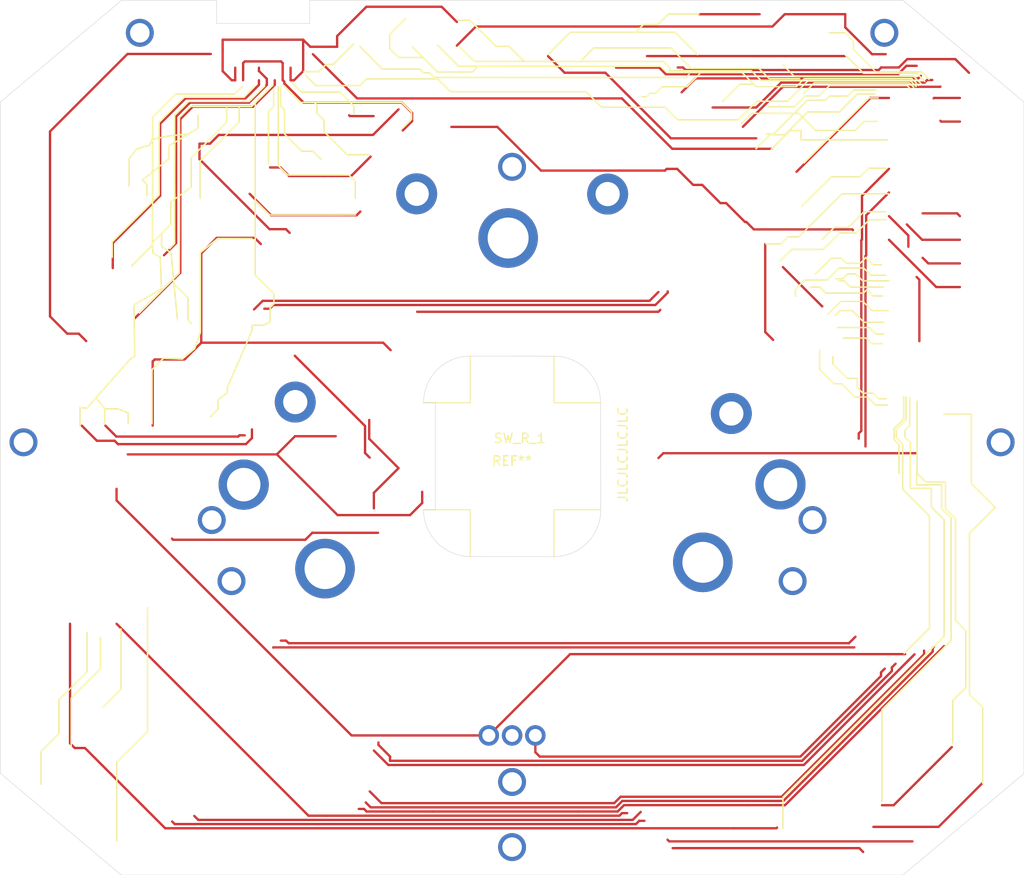
<source format=kicad_pcb>
(kicad_pcb (version 20171130) (host pcbnew "(5.1.4)-1")

  (general
    (thickness 1.6)
    (drawings 69)
    (tracks 316)
    (zones 0)
    (modules 8)
    (nets 35)
  )

  (page A4)
  (layers
    (0 F.Cu signal hide)
    (31 B.Cu signal)
    (32 B.Adhes user hide)
    (33 F.Adhes user hide)
    (34 B.Paste user hide)
    (35 F.Paste user hide)
    (36 B.SilkS user hide)
    (37 F.SilkS user hide)
    (38 B.Mask user hide)
    (39 F.Mask user hide)
    (40 Dwgs.User user hide)
    (41 Cmts.User user hide)
    (42 Eco1.User user hide)
    (43 Eco2.User user hide)
    (44 Edge.Cuts user)
    (45 Margin user hide)
    (46 B.CrtYd user hide)
    (47 F.CrtYd user hide)
    (48 B.Fab user hide)
    (49 F.Fab user hide)
  )

  (setup
    (last_trace_width 0.25)
    (trace_clearance 0.2)
    (zone_clearance 0.508)
    (zone_45_only no)
    (trace_min 0.2)
    (via_size 0.8)
    (via_drill 0.4)
    (via_min_size 0.4)
    (via_min_drill 0.3)
    (uvia_size 0.3)
    (uvia_drill 0.1)
    (uvias_allowed no)
    (uvia_min_size 0.2)
    (uvia_min_drill 0.1)
    (edge_width 0.05)
    (segment_width 0.2)
    (pcb_text_width 0.3)
    (pcb_text_size 1.5 1.5)
    (mod_edge_width 0.12)
    (mod_text_size 1 1)
    (mod_text_width 0.15)
    (pad_size 1.524 1.524)
    (pad_drill 0.762)
    (pad_to_mask_clearance 0.051)
    (solder_mask_min_width 0.25)
    (aux_axis_origin 0 0)
    (visible_elements 7FFEEFFF)
    (pcbplotparams
      (layerselection 0x01000_fffffffe)
      (usegerberextensions false)
      (usegerberattributes false)
      (usegerberadvancedattributes false)
      (creategerberjobfile false)
      (excludeedgelayer true)
      (linewidth 0.100000)
      (plotframeref false)
      (viasonmask false)
      (mode 1)
      (useauxorigin false)
      (hpglpennumber 1)
      (hpglpenspeed 20)
      (hpglpendiameter 15.000000)
      (psnegative false)
      (psa4output false)
      (plotreference true)
      (plotvalue true)
      (plotinvisibletext false)
      (padsonsilk false)
      (subtractmaskfromsilk false)
      (outputformat 3)
      (mirror false)
      (drillshape 0)
      (scaleselection 1)
      (outputdirectory "C:/Users/kyemo/Documents/Keyboard/Akira_board/Gerbers/PCB/"))
  )

  (net 0 "")
  (net 1 COL0)
  (net 2 "Net-(D_I_2-Pad2)")
  (net 3 RING_A)
  (net 4 RING_B)
  (net 5 VK_B)
  (net 6 "Net-(D_I_1-Pad2)")
  (net 7 I2C_SCL)
  (net 8 COL1)
  (net 9 I2C_SDA)
  (net 10 BOOT)
  (net 11 "Net-(C2-Pad2)")
  (net 12 ROW2)
  (net 13 "Net-(C1-Pad2)")
  (net 14 GND)
  (net 15 +5V)
  (net 16 D-)
  (net 17 D+)
  (net 18 ROW1)
  (net 19 ROW0)
  (net 20 RESET)
  (net 21 "Net-(D4-Pad2)")
  (net 22 "Net-(J2-PadA5)")
  (net 23 "Net-(J2-PadB5)")
  (net 24 "Net-(D1-Pad1)")
  (net 25 "Net-(D2-Pad1)")
  (net 26 "Net-(D_I_3-Pad2)")
  (net 27 "Net-(D_I_4-Pad2)")
  (net 28 "Net-(D_I_5-Pad2)")
  (net 29 "Net-(F1-Pad1)")
  (net 30 MO)
  (net 31 SC)
  (net 32 MI)
  (net 33 MOT)
  (net 34 SS)

  (net_class Default "This is the default net class."
    (clearance 0.2)
    (trace_width 0.25)
    (via_dia 0.8)
    (via_drill 0.4)
    (uvia_dia 0.3)
    (uvia_drill 0.1)
    (add_net +5V)
    (add_net BOOT)
    (add_net COL0)
    (add_net COL1)
    (add_net D+)
    (add_net D-)
    (add_net GND)
    (add_net I2C_SCL)
    (add_net I2C_SDA)
    (add_net MI)
    (add_net MO)
    (add_net MOT)
    (add_net "Net-(C1-Pad2)")
    (add_net "Net-(C2-Pad2)")
    (add_net "Net-(D1-Pad1)")
    (add_net "Net-(D2-Pad1)")
    (add_net "Net-(D4-Pad2)")
    (add_net "Net-(D_I_1-Pad2)")
    (add_net "Net-(D_I_2-Pad2)")
    (add_net "Net-(D_I_3-Pad2)")
    (add_net "Net-(D_I_4-Pad2)")
    (add_net "Net-(D_I_5-Pad2)")
    (add_net "Net-(F1-Pad1)")
    (add_net "Net-(J2-PadA5)")
    (add_net "Net-(J2-PadB5)")
    (add_net RESET)
    (add_net RING_A)
    (add_net RING_B)
    (add_net ROW0)
    (add_net ROW1)
    (add_net ROW2)
    (add_net SC)
    (add_net SS)
    (add_net VK_B)
  )

  (module Encoder_Ring:Mouse_Pad (layer F.Cu) (tedit 63FF612F) (tstamp 64005BBE)
    (at 147.1 94.2)
    (fp_text reference REF** (at 0 0.5) (layer F.SilkS)
      (effects (font (size 1 1) (thickness 0.15)))
    )
    (fp_text value Mouse_Pad (at 0 -0.5) (layer F.Fab)
      (effects (font (size 1 1) (thickness 0.15)))
    )
    (fp_line (start -37 11) (end -53 10.999999) (layer Dwgs.User) (width 0.12))
    (fp_line (start -45 3) (end -45 18.999999) (layer Dwgs.User) (width 0.12))
    (fp_line (start 0 0) (end 0 28) (layer Dwgs.User) (width 0.2))
    (fp_line (start 0 0) (end 28 0) (layer Dwgs.User) (width 0.2))
    (fp_line (start 0 0) (end 0 -28) (layer Dwgs.User) (width 0.2))
    (fp_line (start 0 0) (end -28 0) (layer Dwgs.User) (width 0.2))
    (fp_circle (center 0 -31.1) (end 1.05 -31.1) (layer Dwgs.User) (width 0.2))
    (fp_circle (center 32.27887 6.861085) (end 33.32887 6.861085) (layer Dwgs.User) (width 0.2))
    (fp_circle (center 30.147 13.422309) (end 31.197 13.422309) (layer Dwgs.User) (width 0.2))
    (fp_circle (center 0 42) (end 1.05 42) (layer Dwgs.User) (width 0.2))
    (fp_circle (center 0 35) (end 1.05 35) (layer Dwgs.User) (width 0.2))
    (fp_circle (center -30.147 13.422309) (end -29.097 13.422309) (layer Dwgs.User) (width 0.2))
    (fp_circle (center -32.27887 6.861085) (end -31.22887 6.861085) (layer Dwgs.User) (width 0.2))
    (fp_circle (center -45 10.999999) (end -37 10.999999) (layer Dwgs.User) (width 0.2))
    (fp_line (start -48.950004 39.149159) (end -24.08338 14.282535) (layer Dwgs.User) (width 0.2))
    (fp_line (start -48.027239 39.923451) (end -23.431836 15.328047) (layer Dwgs.User) (width 0.2))
    (fp_line (start 48.027239 39.923451) (end 23.431836 15.328047) (layer Dwgs.User) (width 0.2))
    (fp_line (start 48.950004 39.149159) (end 24.08338 14.282535) (layer Dwgs.User) (width 0.2))
    (fp_line (start 55 1) (end 27.982137 0.999999) (layer Dwgs.User) (width 0.2))
    (fp_arc (start 0 0) (end 32.984845 1) (angle -183.4730032) (layer Dwgs.User) (width 0.2))
    (fp_line (start -55 1) (end -27.982137 0.999999) (layer Dwgs.User) (width 0.2))
    (fp_circle (center 0 0) (end 28 0) (layer Dwgs.User) (width 0.2))
    (fp_line (start 0 -49) (end -41.977244 -49) (layer Dwgs.User) (width 0.2))
    (fp_line (start 0 45) (end -41.977244 45) (layer Dwgs.User) (width 0.2))
    (fp_line (start -41.977244 45) (end -55 34.07261) (layer Dwgs.User) (width 0.2))
    (fp_line (start -55 34.07261) (end -55 -38.07261) (layer Dwgs.User) (width 0.2))
    (fp_line (start -41.977244 -49) (end -55 -38.07261) (layer Dwgs.User) (width 0.2))
    (fp_line (start 0 -49) (end 41.977244 -49) (layer Dwgs.User) (width 0.2))
    (fp_line (start 0 45) (end 41.977244 45) (layer Dwgs.User) (width 0.2))
    (fp_line (start 41.977244 45) (end 55 34.07261) (layer Dwgs.User) (width 0.2))
    (fp_line (start 55 34.07261) (end 55 -38.07261) (layer Dwgs.User) (width 0.2))
    (fp_line (start 41.977244 -49) (end 55 -38.07261) (layer Dwgs.User) (width 0.2))
    (pad "" thru_hole circle (at 0 42) (size 3 3) (drill 2.1) (layers *.Cu *.Mask))
    (pad "" thru_hole circle (at 0 35) (size 3 3) (drill 2.1) (layers *.Cu *.Mask))
    (pad "" thru_hole circle (at -30.15 13.42) (size 3 3) (drill 2.1) (layers *.Cu *.Mask))
    (pad "" thru_hole circle (at -32.27 6.86) (size 3 3) (drill 2.1) (layers *.Cu *.Mask))
    (pad "" thru_hole circle (at 0 -31.1) (size 3 3) (drill 2.1) (layers *.Cu *.Mask))
    (pad "" thru_hole circle (at 32.28 6.86) (size 3 3) (drill 2.1) (layers *.Cu *.Mask))
    (pad "" thru_hole circle (at 30.15 13.42) (size 3 3) (drill 2.1) (layers *.Cu *.Mask))
  )

  (module Encoder_Ring:Encoder_Ring (layer F.Cu) (tedit 63FF66AD) (tstamp 63FCC51D)
    (at 147.1 94.2)
    (path /63F71FB9)
    (fp_text reference SW_R_1 (at 0.825 -1.925) (layer F.SilkS)
      (effects (font (size 1 1) (thickness 0.15)))
    )
    (fp_text value Rotary_Encoder (at -0.16 -4.03) (layer F.Fab)
      (effects (font (size 1 1) (thickness 0.15)))
    )
    (fp_line (start 0 -30) (end 0 -20) (layer Dwgs.User) (width 0.12))
    (fp_line (start 0 0) (end 30 0) (layer Dwgs.User) (width 0.12))
    (fp_line (start 0 0) (end -30 0) (layer Dwgs.User) (width 0.12))
    (fp_line (start 0 30) (end -2.5 30) (layer F.Fab) (width 0.12))
    (fp_line (start 0 30) (end 2.5 30) (layer F.Fab) (width 0.12))
    (fp_line (start 0 0) (end 0 30) (layer F.Fab) (width 0.12))
    (fp_circle (center 0 0) (end 30 0) (layer Cmts.User) (width 0.12))
    (fp_circle (center 0 0) (end 29 0) (layer Cmts.User) (width 0.12))
    (fp_circle (center 0 0) (end 24 0) (layer Cmts.User) (width 0.12))
    (fp_circle (center 0 0) (end 23.45 0) (layer Cmts.User) (width 0.12))
    (fp_line (start 0 -23.45) (end 0 0) (layer F.Fab) (width 0.12))
    (fp_line (start 0 0) (end 20.525 11.4) (layer F.Fab) (width 0.12))
    (fp_line (start 0 0) (end -20.1 12.075) (layer F.Fab) (width 0.12))
    (fp_circle (center 20.5 11.4) (end 20.5 13.4) (layer F.Fab) (width 0.12))
    (fp_circle (center -0.425 -23.45) (end -0.425 -21.45) (layer F.Fab) (width 0.12))
    (fp_circle (center -20.1 12.075) (end -20.1 14.075) (layer F.Fab) (width 0.12))
    (fp_line (start 0 0) (end -0.425 -23.45) (layer F.Fab) (width 0.12))
    (fp_line (start 0 0) (end 23.6 -4.6) (layer F.Fab) (width 0.12))
    (fp_line (start 0 0) (end -23.31 -5.82) (layer F.Fab) (width 0.12))
    (fp_line (start 0 0) (end -28.825 3.05) (layer F.Fab) (width 0.12))
    (fp_line (start 0 0) (end 28.875 3.025) (layer F.Fab) (width 0.12))
    (fp_circle (center 23.56 -4.59) (end 23.56 -3.49) (layer F.Fab) (width 0.12))
    (fp_circle (center -23.3 -5.82) (end -23.3 -4.72) (layer F.Fab) (width 0.12))
    (fp_circle (center -28.84 3.05) (end -28.84 4.65) (layer F.Fab) (width 0.12))
    (fp_circle (center 28.84 3.025) (end 28.84 4.625) (layer F.Fab) (width 0.12))
    (fp_line (start 0 0) (end 10.27 -28.17) (layer F.Fab) (width 0.12))
    (fp_line (start 0 0) (end -10.25 -28.2) (layer F.Fab) (width 0.12))
    (fp_circle (center -10.25 -28.2) (end -10.25 -27.1) (layer F.Fab) (width 0.12))
    (fp_circle (center 10.27 -28.17) (end 10.27 -27.07) (layer F.Fab) (width 0.12))
    (pad A thru_hole circle (at -2.5 30) (size 2.2 2.2) (drill 1.4) (layers *.Cu *.Mask)
      (net 3 RING_A))
    (pad C thru_hole circle (at 0 30) (size 2.2 2.2) (drill 1.4) (layers *.Cu *.Mask)
      (net 14 GND))
    (pad B thru_hole circle (at 2.5 30) (size 2.2 2.2) (drill 1.4) (layers *.Cu *.Mask)
      (net 4 RING_B))
    (pad "" thru_hole circle (at -23.3 -5.82) (size 4.4 4.4) (drill 2.6) (layers *.Cu *.Mask))
    (pad "" thru_hole circle (at -10.25 -28.2) (size 4.4 4.4) (drill 2.6) (layers *.Cu *.Mask))
    (pad "" thru_hole circle (at 10.27 -28.17) (size 4.4 4.4) (drill 2.6) (layers *.Cu *.Mask))
    (pad "" thru_hole circle (at 23.56 -4.59) (size 4.4 4.4) (drill 2.6) (layers *.Cu *.Mask))
    (pad "" thru_hole circle (at -28.84 3.05) (size 5.4 5.4) (drill 3.6) (layers *.Cu *.Mask))
    (pad "" thru_hole circle (at 28.84 3.025) (size 5.4 5.4) (drill 3.6) (layers *.Cu *.Mask))
    (pad "" thru_hole circle (at 20.5 11.4) (size 6.4 6.4) (drill 4.4) (layers *.Cu *.Mask))
    (pad "" thru_hole circle (at -20.1 12.075) (size 6.4 6.4) (drill 4.4) (layers *.Cu *.Mask))
    (pad "" thru_hole circle (at -0.425 -23.45) (size 6.4 6.4) (drill 4.4) (layers *.Cu *.Mask))
  )

  (module Encoder_Ring:Lines (layer F.Cu) (tedit 64039295) (tstamp 64039540)
    (at 147 92.1)
    (fp_text reference ~ (at -0.16 -4.45) (layer F.SilkS) hide
      (effects (font (size 1.524 1.524) (thickness 0.3)))
    )
    (fp_text value ~ (at -1.19 6.59) (layer F.SilkS) hide
      (effects (font (size 1.524 1.524) (thickness 0.3)))
    )
    (fp_poly (pts (xy -39 31.712642) (xy -40.65 33.3625) (xy -42.300001 35.012357) (xy -42.3 39.268678)
      (xy -42.3 43.525) (xy -42.45 43.525) (xy -42.45 34.937357) (xy -40.8 33.2875)
      (xy -39.15 31.637642) (xy -39.15 18.325) (xy -39 18.325) (xy -39 31.712642)) (layer F.SilkS) (width 0.01))
    (fp_poly (pts (xy 42.9 -1.161562) (xy 42.65 -0.912501) (xy 42.4 -0.663439) (xy 42.4 0.013315)
      (xy 42.6875 0.299999) (xy 42.975 0.586684) (xy 42.975 5.475) (xy 45.225 5.475)
      (xy 45.225 7.51284) (xy 45.9125 8.2) (xy 46.6 8.887159) (xy 46.6 21.462527)
      (xy 37.9375 30.125) (xy 29.275 38.787472) (xy 29.275 42.125) (xy 29.125 42.125)
      (xy 29.125 38.712472) (xy 37.7875 30.05) (xy 46.45 21.387527) (xy 46.45 8.962159)
      (xy 45.7625 8.275) (xy 45.075 7.58784) (xy 45.075 5.625) (xy 42.825 5.625)
      (xy 42.825 0.661684) (xy 42.5375 0.374999) (xy 42.25 0.088315) (xy 42.25 -0.738439)
      (xy 42.5 -0.987501) (xy 42.75 -1.236562) (xy 42.75 -4.25) (xy 42.9 -4.25)
      (xy 42.9 -1.161562)) (layer F.SilkS) (width 0.01))
    (fp_poly (pts (xy 43.7 3.911992) (xy 44.143489 4.355996) (xy 44.586979 4.8) (xy 46.75 4.8)
      (xy 46.75 7.715052) (xy 47.825 8.78263) (xy 47.825 19.694999) (xy 48.374174 20.253749)
      (xy 48.923349 20.8125) (xy 48.924174 23.900167) (xy 48.925 26.987834) (xy 48.225 27.6875)
      (xy 47.525 28.387165) (xy 47.525 33.075) (xy 47.375 33.075) (xy 47.375 28.312165)
      (xy 48.075 27.6125) (xy 48.775 26.912834) (xy 48.775 20.862073) (xy 48.225 20.3125)
      (xy 47.675 19.762926) (xy 47.675 8.837063) (xy 47.1375 8.299999) (xy 46.6 7.762936)
      (xy 46.6 4.925) (xy 44.488036 4.925) (xy 44.069018 4.506525) (xy 43.65 4.088051)
      (xy 43.65 5.1) (xy 46.325 5.1) (xy 46.325 7.687957) (xy 46.8375 8.2)
      (xy 47.35 8.712042) (xy 47.35 21.937563) (xy 43.6375 25.65) (xy 39.925 29.362436)
      (xy 39.925 39.25) (xy 39.775 39.25) (xy 39.775 29.287436) (xy 43.4875 25.575)
      (xy 47.2 21.862563) (xy 47.2 8.787042) (xy 46.6875 8.275) (xy 46.175 7.762957)
      (xy 46.175 5.25) (xy 43.5 5.25) (xy 43.5 4.5625) (xy 43.500897 4.338817)
      (xy 43.503544 4.15682) (xy 43.507872 4.018379) (xy 43.513813 3.925365) (xy 43.5213 3.879649)
      (xy 43.525 3.875) (xy 43.528809 3.850025) (xy 43.532307 3.775205) (xy 43.535493 3.65069)
      (xy 43.538366 3.476634) (xy 43.540924 3.253189) (xy 43.543168 2.980507) (xy 43.545095 2.658741)
      (xy 43.546705 2.288043) (xy 43.547997 1.868567) (xy 43.54897 1.400464) (xy 43.549622 0.883886)
      (xy 43.549954 0.318988) (xy 43.55 0) (xy 43.55 -3.875) (xy 43.7 -3.875)
      (xy 43.7 3.911992)) (layer F.SilkS) (width 0.01))
    (fp_poly (pts (xy -45.500001 23.143827) (xy -45.500001 25.287654) (xy -47.012501 26.8) (xy -48.525001 28.312345)
      (xy -48.525 30.125044) (xy -48.525 31.937743) (xy -49.4875 32.9) (xy -50.45 33.862256)
      (xy -50.45 37.4) (xy -50.6 37.4) (xy -50.6 33.812256) (xy -49.6375 32.85)
      (xy -48.675 31.887743) (xy -48.675 28.249856) (xy -47.1625 26.746498) (xy -45.65 25.243139)
      (xy -45.65 21) (xy -45.5 21) (xy -45.500001 23.143827)) (layer F.SilkS) (width 0.01))
    (fp_poly (pts (xy 49.525 5.01268) (xy 50.825003 6.312503) (xy 52.125007 7.612327) (xy 50.725003 9.012496)
      (xy 49.325 10.412664) (xy 49.325 27.662828) (xy 50.0375 28.375) (xy 50.75 29.087171)
      (xy 50.75 37.3) (xy 50.6 37.3) (xy 50.6 29.162171) (xy 49.8875 28.45)
      (xy 49.175 27.737828) (xy 49.175 10.337668) (xy 51.912322 7.600006) (xy 50.643661 6.331162)
      (xy 49.375 5.062317) (xy 49.375 -2.375) (xy 46.45 -2.375) (xy 46.45 -2.5)
      (xy 49.525 -2.5) (xy 49.525 5.01268)) (layer F.SilkS) (width 0.01))
    (fp_poly (pts (xy -44.05 24.962648) (xy -45.625 26.5375) (xy -47.2 28.112351) (xy -47.2 33.3)
      (xy -47.35 33.3) (xy -47.35 28.037351) (xy -45.775 26.4625) (xy -44.2 24.887648)
      (xy -44.2 21.5) (xy -44.05 21.5) (xy -44.05 24.962648)) (layer F.SilkS) (width 0.01))
    (fp_poly (pts (xy -41.85 27.162737) (xy -42.831368 28.143868) (xy -43.014372 28.32657) (xy -43.186805 28.498219)
      (xy -43.345435 28.655631) (xy -43.487027 28.795621) (xy -43.60835 28.915005) (xy -43.70617 29.010599)
      (xy -43.777255 29.079219) (xy -43.818371 29.11768) (xy -43.827493 29.125) (xy -43.853282 29.108476)
      (xy -43.888572 29.073816) (xy -43.897964 29.062114) (xy -43.902698 29.049038) (xy -43.900149 29.031685)
      (xy -43.88769 29.007148) (xy -43.862693 28.972523) (xy -43.822534 28.924904) (xy -43.764586 28.861386)
      (xy -43.686221 28.779064) (xy -43.584815 28.675034) (xy -43.45774 28.54639) (xy -43.30237 28.390226)
      (xy -43.116078 28.203638) (xy -42.967447 28.054947) (xy -42 27.087262) (xy -42 20.6)
      (xy -41.85 20.6) (xy -41.85 27.162737)) (layer F.SilkS) (width 0.01))
    (fp_poly (pts (xy 42.5 -1.762054) (xy 41.975 -1.2375) (xy 41.45 -0.712947) (xy 41.45 0.088169)
      (xy 41.799755 0.437256) (xy 42.149511 0.786343) (xy 42.149497 3.204287) (xy 42.149482 5.622231)
      (xy 43.587241 7.057808) (xy 45.025 8.493384) (xy 45.025 20.597962) (xy 43.899559 21.733804)
      (xy 43.694219 21.940693) (xy 43.491776 22.144002) (xy 43.296237 22.339749) (xy 43.11161 22.52395)
      (xy 42.941903 22.692621) (xy 42.791124 22.841781) (xy 42.663281 22.967447) (xy 42.56238 23.065635)
      (xy 42.49243 23.132362) (xy 42.490412 23.134246) (xy 42.382886 23.234184) (xy 42.305647 23.304005)
      (xy 42.252474 23.347748) (xy 42.217142 23.369456) (xy 42.193428 23.37317) (xy 42.175108 23.36293)
      (xy 42.160889 23.34822) (xy 42.1531 23.33831) (xy 42.149186 23.326835) (xy 42.151379 23.311398)
      (xy 42.161914 23.289607) (xy 42.183021 23.259066) (xy 42.216935 23.217382) (xy 42.265889 23.162158)
      (xy 42.332115 23.091) (xy 42.417846 23.001515) (xy 42.525315 22.891307) (xy 42.656756 22.757982)
      (xy 42.8144 22.599145) (xy 43.000481 22.412402) (xy 43.217232 22.195358) (xy 43.466886 21.945617)
      (xy 43.495036 21.917463) (xy 44.875 20.537332) (xy 44.875 8.562336) (xy 43.4375 7.125)
      (xy 42 5.687663) (xy 42 0.845083) (xy 41.649895 0.491966) (xy 41.299791 0.138849)
      (xy 41.306145 -0.330387) (xy 41.3125 -0.799624) (xy 41.83125 -1.31878) (xy 42.35 -1.837937)
      (xy 42.35 -4.325) (xy 42.5 -4.325) (xy 42.5 -1.762054)) (layer F.SilkS) (width 0.01))
    (fp_poly (pts (xy 42.25 -1.862043) (xy 41.7375 -1.35) (xy 41.225 -0.837958) (xy 41.225 0.288393)
      (xy 41.4875 0.55) (xy 41.75 0.811606) (xy 41.75 4) (xy 41.6 4)
      (xy 41.6 0.886606) (xy 41.3375 0.625) (xy 41.075 0.363393) (xy 41.075 -0.912958)
      (xy 41.5875 -1.425) (xy 42.1 -1.937043) (xy 42.1 -4.375) (xy 42.25 -4.375)
      (xy 42.25 -1.862043)) (layer F.SilkS) (width 0.01))
    (fp_poly (pts (xy -25.488315 -37.774426) (xy -26.456658 -36.805845) (xy -27.425 -35.837263) (xy -27.425 -25.412193)
      (xy -26.668599 -24.656097) (xy -25.912198 -23.9) (xy -16.680832 -23.9) (xy -16.666622 -23.845662)
      (xy -16.660386 -23.79386) (xy -16.665182 -23.770662) (xy -16.691101 -23.768537) (xy -16.764558 -23.766473)
      (xy -16.883091 -23.76448) (xy -17.044239 -23.762569) (xy -17.245539 -23.760751) (xy -17.484529 -23.759037)
      (xy -17.758747 -23.757437) (xy -18.065733 -23.755963) (xy -18.403022 -23.754626) (xy -18.768155 -23.753436)
      (xy -19.158668 -23.752404) (xy -19.5721 -23.751542) (xy -20.00599 -23.75086) (xy -20.457874 -23.750369)
      (xy -20.925291 -23.750079) (xy -21.332567 -23.75) (xy -25.987183 -23.75) (xy -26.706092 -24.468589)
      (xy -27.425 -25.187177) (xy -27.425 -21.299722) (xy -27.425001 -17.412266) (xy -26.425 -16.4125)
      (xy -25.425 -15.412735) (xy -25.425 -14.236327) (xy -25.625 -14.0375) (xy -25.825 -13.838674)
      (xy -25.825 -12.302521) (xy -26.20625 -12.10176) (xy -26.5875 -11.901) (xy -27.775 -11.9)
      (xy -27.775 -11.380638) (xy -30.424866 -5.2625) (xy -30.424933 -4.973387) (xy -30.425 -4.684273)
      (xy -30.923584 -4.298387) (xy -31.422167 -3.9125) (xy -31.423584 -3.412225) (xy -31.425 -2.911949)
      (xy -31.849791 -2.48771) (xy -32.274582 -2.06347) (xy -32.330552 -2.119441) (xy -32.386522 -2.175411)
      (xy -31.980761 -2.581732) (xy -31.575 -2.988052) (xy -31.573936 -3.487776) (xy -31.572871 -3.9875)
      (xy -31.074338 -4.375) (xy -30.575804 -4.7625) (xy -30.573888 -5.3125) (xy -27.939474 -11.3625)
      (xy -27.930919 -11.70625) (xy -27.922365 -12.05) (xy -27.279933 -12.050528) (xy -26.6375 -12.051056)
      (xy -25.9875 -12.389988) (xy -25.980897 -13.152182) (xy -25.974293 -13.914377) (xy -25.774647 -14.112852)
      (xy -25.575 -14.311327) (xy -25.575 -14.824531) (xy -25.575001 -15.337735) (xy -26.575 -16.337501)
      (xy -27.575 -17.337266) (xy -27.575 -35.685935) (xy -27.719475 -35.542968) (xy -27.86395 -35.4)
      (xy -29.15 -35.4) (xy -29.15 -33.787389) (xy -31.25 -31.6875) (xy -33.350001 -29.587612)
      (xy -33.35 -27.581306) (xy -33.35 -25.575) (xy -33.5 -25.575) (xy -33.5 -29.662407)
      (xy -29.3 -33.850335) (xy -29.3 -35.4) (xy -34.412899 -35.4) (xy -34.99524 -34.817265)
      (xy -35.57758 -34.234529) (xy -35.575661 -33.387469) (xy -35.574896 -33.18674) (xy -35.573596 -33.002356)
      (xy -35.571848 -32.840166) (xy -35.56974 -32.70602) (xy -35.567361 -32.605767) (xy -35.564798 -32.545257)
      (xy -35.562798 -32.529464) (xy -35.535541 -32.528076) (xy -35.466853 -32.531077) (xy -35.365056 -32.537923)
      (xy -35.238473 -32.548067) (xy -35.125528 -32.558137) (xy -34.699204 -32.597756) (xy -34.212738 -32.892628)
      (xy -33.726273 -33.1875) (xy -33.725637 -33.88125) (xy -33.725 -34.575) (xy -33.649628 -34.575001)
      (xy -33.574256 -34.575001) (xy -33.5875 -33.095265) (xy -34.580094 -32.491383) (xy -35.572687 -31.8875)
      (xy -35.573844 -28.966588) (xy -35.575 -26.045675) (xy -35.46875 -26.12409) (xy -35.417099 -26.161928)
      (xy -35.332571 -26.22352) (xy -35.222803 -26.303318) (xy -35.095432 -26.395772) (xy -34.958092 -26.495333)
      (xy -34.906773 -26.532503) (xy -34.451045 -26.8625) (xy -34.450523 -28.437562) (xy -34.45 -30.012624)
      (xy -32.55 -31.9125) (xy -30.650001 -33.812377) (xy -30.65 -34.593689) (xy -30.65 -35.375)
      (xy -30.5 -35.375) (xy -30.50008 -34.55625) (xy -30.500159 -33.7375) (xy -32.40008 -31.837592)
      (xy -34.300001 -29.937683) (xy -34.3 -28.360719) (xy -34.3 -26.783755) (xy -34.936336 -26.323128)
      (xy -35.572671 -25.8625) (xy -35.580086 -21.706624) (xy -35.5875 -17.550747) (xy -35.896261 -17.241247)
      (xy -36.205021 -16.931746) (xy -36.180275 -16.70004) (xy -36.15553 -16.468334) (xy -34.65 -14.962198)
      (xy -34.65 -12.563676) (xy -34.46941 -12.381873) (xy -34.28882 -12.200069) (xy -34.344465 -12.144425)
      (xy -34.400109 -12.088781) (xy -34.600055 -12.287554) (xy -34.8 -12.486327) (xy -34.8 -14.887854)
      (xy -35.4625 -15.55) (xy -35.611134 -15.697505) (xy -35.748134 -15.831442) (xy -35.869675 -15.948223)
      (xy -35.971926 -16.044261) (xy -36.051062 -16.115966) (xy -36.103254 -16.15975) (xy -36.124675 -16.172025)
      (xy -36.125 -16.171058) (xy -36.122664 -16.139251) (xy -36.115967 -16.062596) (xy -36.105379 -15.94601)
      (xy -36.091371 -15.794412) (xy -36.074413 -15.612718) (xy -36.054975 -15.405848) (xy -36.033526 -15.178718)
      (xy -36.010537 -14.936246) (xy -35.986477 -14.683351) (xy -35.961816 -14.42495) (xy -35.937026 -14.165961)
      (xy -35.912574 -13.911301) (xy -35.888932 -13.665889) (xy -35.866569 -13.434643) (xy -35.845956 -13.222479)
      (xy -35.827562 -13.034317) (xy -35.811858 -12.875073) (xy -35.799312 -12.749665) (xy -35.790396 -12.663012)
      (xy -35.785827 -12.621939) (xy -35.779027 -12.551062) (xy -35.786235 -12.514331) (xy -35.813507 -12.49653)
      (xy -35.838543 -12.489473) (xy -35.890482 -12.479952) (xy -35.914748 -12.481414) (xy -35.918455 -12.50695)
      (xy -35.92649 -12.577769) (xy -35.938411 -12.689384) (xy -35.953777 -12.837305) (xy -35.972149 -13.017046)
      (xy -35.993086 -13.224117) (xy -36.016147 -13.454031) (xy -36.040891 -13.702298) (xy -36.066878 -13.964431)
      (xy -36.093667 -14.23594) (xy -36.120819 -14.512339) (xy -36.147892 -14.789138) (xy -36.174445 -15.061849)
      (xy -36.200038 -15.325984) (xy -36.224231 -15.577054) (xy -36.246583 -15.810571) (xy -36.266654 -16.022048)
      (xy -36.284002 -16.206994) (xy -36.298188 -16.360923) (xy -36.30877 -16.479345) (xy -36.315309 -16.557772)
      (xy -36.316565 -16.575) (xy -36.324055 -16.666538) (xy -36.33227 -16.736707) (xy -36.339611 -16.772305)
      (xy -36.340614 -16.773926) (xy -36.35948 -16.758222) (xy -36.411291 -16.709444) (xy -36.493686 -16.629926)
      (xy -36.604304 -16.521997) (xy -36.740783 -16.38799) (xy -36.900763 -16.230236) (xy -37.081882 -16.051065)
      (xy -37.281779 -15.85281) (xy -37.498092 -15.637802) (xy -37.72846 -15.408372) (xy -37.970523 -15.166851)
      (xy -38.150695 -14.986806) (xy -39.949371 -13.18826) (xy -40.061708 -13.300597) (xy -38.862104 -14.504016)
      (xy -38.66234 -14.704965) (xy -38.475473 -14.894015) (xy -38.30411 -15.068458) (xy -38.150859 -15.225587)
      (xy -38.018327 -15.362696) (xy -37.909123 -15.477077) (xy -37.825854 -15.566024) (xy -37.771127 -15.626828)
      (xy -37.74755 -15.656784) (xy -37.75 -15.658523) (xy -37.902821 -15.572871) (xy -38.077893 -15.47436)
      (xy -38.270848 -15.365478) (xy -38.477319 -15.248712) (xy -38.692936 -15.126552) (xy -38.913333 -15.001484)
      (xy -39.134142 -14.875997) (xy -39.350993 -14.752579) (xy -39.55952 -14.633717) (xy -39.755355 -14.5219)
      (xy -39.934129 -14.419616) (xy -40.091475 -14.329352) (xy -40.223024 -14.253596) (xy -40.324408 -14.194836)
      (xy -40.391261 -14.155561) (xy -40.419213 -14.138258) (xy -40.419553 -14.137977) (xy -40.424691 -14.125354)
      (xy -40.429001 -14.0958) (xy -40.432477 -14.046789) (xy -40.435112 -13.975794) (xy -40.436901 -13.88029)
      (xy -40.437838 -13.757751) (xy -40.437917 -13.60565) (xy -40.437133 -13.421463) (xy -40.43548 -13.202662)
      (xy -40.432952 -12.946722) (xy -40.429543 -12.651117) (xy -40.425246 -12.31332) (xy -40.420058 -11.930807)
      (xy -40.413971 -11.50105) (xy -40.413391 -11.460805) (xy -40.408184 -11.099037) (xy -40.403184 -10.749945)
      (xy -40.39844 -10.416949) (xy -40.393998 -10.10347) (xy -40.389907 -9.812932) (xy -40.386215 -9.548754)
      (xy -40.382968 -9.314358) (xy -40.380215 -9.113166) (xy -40.378003 -8.948599) (xy -40.37638 -8.824078)
      (xy -40.375393 -8.743025) (xy -40.375088 -8.709959) (xy -40.375 -8.607418) (xy -40.612981 -8.459959)
      (xy -40.850961 -8.3125) (xy -42.596365 -6.3375) (xy -42.835704 -6.066666) (xy -43.066866 -5.805062)
      (xy -43.287557 -5.555284) (xy -43.495481 -5.319931) (xy -43.688346 -5.101602) (xy -43.863856 -4.902893)
      (xy -44.019717 -4.726403) (xy -44.153634 -4.57473) (xy -44.263314 -4.450471) (xy -44.34646 -4.356225)
      (xy -44.40078 -4.29459) (xy -44.42278 -4.269542) (xy -44.503791 -4.176583) (xy -44.070646 -3.62643)
      (xy -43.6375 -3.076277) (xy -42.934748 -3.075639) (xy -42.231996 -3.075) (xy -41.659748 -2.842077)
      (xy -41.0875 -2.609153) (xy -41.080806 -2.004577) (xy -41.074112 -1.4) (xy -41.224044 -1.4)
      (xy -41.230772 -1.953026) (xy -41.2375 -2.506051) (xy -41.725 -2.709276) (xy -42.2125 -2.9125)
      (xy -43.6 -2.926522) (xy -43.6 -1.375) (xy -43.75 -1.375) (xy -43.75 -2.973133)
      (xy -44.164533 -3.498847) (xy -44.275316 -3.638864) (xy -44.37646 -3.765782) (xy -44.463714 -3.874343)
      (xy -44.532827 -3.959284) (xy -44.579548 -4.015347) (xy -44.599573 -4.037237) (xy -44.619618 -4.022058)
      (xy -44.667773 -3.974749) (xy -44.739111 -3.900707) (xy -44.828703 -3.805332) (xy -44.931623 -3.694022)
      (xy -45.042941 -3.572176) (xy -45.157731 -3.445192) (xy -45.271065 -3.31847) (xy -45.378014 -3.197408)
      (xy -45.473651 -3.087405) (xy -45.553048 -2.993859) (xy -45.564222 -2.980408) (xy -45.60336 -2.939411)
      (xy -45.635551 -2.934028) (xy -45.676722 -2.95537) (xy -45.729388 -2.976199) (xy -45.815613 -2.998437)
      (xy -45.919247 -3.018104) (xy -45.95 -3.022722) (xy -46.052626 -3.037918) (xy -46.139747 -3.05219)
      (xy -46.196707 -3.063093) (xy -46.20625 -3.065494) (xy -46.217183 -3.066275) (xy -46.22613 -3.058582)
      (xy -46.233291 -3.037948) (xy -46.238863 -2.999907) (xy -46.243044 -2.939993) (xy -46.246031 -2.853737)
      (xy -46.248022 -2.736674) (xy -46.249214 -2.584338) (xy -46.249805 -2.39226) (xy -46.249993 -2.155975)
      (xy -46.25 -2.076685) (xy -46.25 -1.075) (xy -46.4 -1.075) (xy -46.4 -3.252266)
      (xy -46.31875 -3.238618) (xy -46.262056 -3.229086) (xy -46.169333 -3.213488) (xy -46.053858 -3.194057)
      (xy -45.939721 -3.174848) (xy -45.824665 -3.156032) (xy -45.729559 -3.141524) (xy -45.664067 -3.132724)
      (xy -45.637851 -3.13103) (xy -45.637766 -3.131113) (xy -45.621017 -3.15026) (xy -45.573049 -3.20472)
      (xy -45.495757 -3.292345) (xy -45.391038 -3.41099) (xy -45.26079 -3.558506) (xy -45.106909 -3.732747)
      (xy -44.931291 -3.931564) (xy -44.735833 -4.152812) (xy -44.522432 -4.394343) (xy -44.292986 -4.654009)
      (xy -44.049389 -4.929663) (xy -43.79354 -5.219159) (xy -43.527335 -5.520349) (xy -43.360545 -5.709046)
      (xy -43.088071 -6.017358) (xy -42.824269 -6.315967) (xy -42.571082 -6.602667) (xy -42.330454 -6.875253)
      (xy -42.104329 -7.131519) (xy -41.894651 -7.369259) (xy -41.703364 -7.586268) (xy -41.532412 -7.780341)
      (xy -41.383738 -7.949271) (xy -41.259286 -8.090854) (xy -41.161 -8.202882) (xy -41.090824 -8.283152)
      (xy -41.050702 -8.329457) (xy -41.041963 -8.339888) (xy -41.001974 -8.377525) (xy -40.93017 -8.432069)
      (xy -40.837924 -8.495231) (xy -40.766963 -8.540327) (xy -40.67294 -8.598297) (xy -40.596188 -8.645876)
      (xy -40.54576 -8.677434) (xy -40.530455 -8.687364) (xy -40.529869 -8.712626) (xy -40.529991 -8.784686)
      (xy -40.530784 -8.90035) (xy -40.53221 -9.056421) (xy -40.534231 -9.249703) (xy -40.53681 -9.477002)
      (xy -40.53991 -9.735121) (xy -40.543492 -10.020864) (xy -40.54752 -10.331036) (xy -40.551955 -10.662441)
      (xy -40.55676 -11.011884) (xy -40.561897 -11.376169) (xy -40.562959 -11.450376) (xy -40.568045 -11.817541)
      (xy -40.572586 -12.170706) (xy -40.576559 -12.506655) (xy -40.579941 -12.822174) (xy -40.58271 -13.114045)
      (xy -40.584843 -13.379055) (xy -40.586316 -13.613986) (xy -40.587109 -13.815623) (xy -40.587197 -13.980751)
      (xy -40.586559 -14.106154) (xy -40.585172 -14.188616) (xy -40.583012 -14.224922) (xy -40.582504 -14.226346)
      (xy -40.557861 -14.241619) (xy -40.493364 -14.27945) (xy -40.392662 -14.337746) (xy -40.259404 -14.414419)
      (xy -40.097239 -14.507377) (xy -39.909817 -14.614529) (xy -39.700787 -14.733786) (xy -39.473797 -14.863058)
      (xy -39.232497 -15.000252) (xy -39.12511 -15.061239) (xy -38.878826 -15.201178) (xy -38.645326 -15.334079)
      (xy -38.428251 -15.457855) (xy -38.231247 -15.570417) (xy -38.057957 -15.669677) (xy -37.912024 -15.753547)
      (xy -37.797092 -15.819939) (xy -37.716804 -15.866763) (xy -37.674805 -15.891933) (xy -37.669418 -15.895583)
      (xy -37.667399 -15.922747) (xy -37.667275 -15.994824) (xy -37.668869 -16.106772) (xy -37.672003 -16.253547)
      (xy -37.676501 -16.430105) (xy -37.682186 -16.631403) (xy -37.688879 -16.852399) (xy -37.696405 -17.088047)
      (xy -37.704585 -17.333306) (xy -37.713242 -17.583131) (xy -37.7222 -17.832479) (xy -37.73128 -18.076307)
      (xy -37.740307 -18.309572) (xy -37.749102 -18.527229) (xy -37.757488 -18.724237) (xy -37.765289 -18.89555)
      (xy -37.772326 -19.036127) (xy -37.778423 -19.140923) (xy -37.783403 -19.204895) (xy -37.786344 -19.223129)
      (xy -37.811278 -19.242263) (xy -37.872261 -19.282058) (xy -37.96212 -19.338036) (xy -38.07368 -19.40572)
      (xy -38.185013 -19.471944) (xy -38.570298 -19.699103) (xy -38.588498 -20.052345) (xy -38.606697 -20.405587)
      (xy -39.678056 -19.334445) (xy -40.749415 -18.263304) (xy -40.861702 -18.375591) (xy -38.6125 -20.625183)
      (xy -38.611808 -20.838069) (xy -38.45 -20.838069) (xy -38.447528 -20.450285) (xy -38.445577 -20.303255)
      (xy -38.441889 -20.162132) (xy -38.43693 -20.039912) (xy -38.431164 -19.949588) (xy -38.428778 -19.92566)
      (xy -38.4125 -19.78882) (xy -38.032766 -19.56316) (xy -37.909207 -19.489429) (xy -37.801019 -19.42429)
      (xy -37.715367 -19.372104) (xy -37.659416 -19.337233) (xy -37.640506 -19.324407) (xy -37.63732 -19.297696)
      (xy -37.632636 -19.225519) (xy -37.626651 -19.112381) (xy -37.619567 -18.962787) (xy -37.611583 -18.781243)
      (xy -37.602899 -18.572252) (xy -37.593714 -18.340322) (xy -37.58423 -18.089955) (xy -37.577277 -17.899407)
      (xy -37.567406 -17.626987) (xy -37.557586 -17.360567) (xy -37.548043 -17.105992) (xy -37.539003 -16.869113)
      (xy -37.530693 -16.655776) (xy -37.52334 -16.471829) (xy -37.51717 -16.323121) (xy -37.51241 -16.215501)
      (xy -37.510571 -16.177785) (xy -37.494566 -15.868069) (xy -36.925394 -16.440285) (xy -36.356221 -17.0125)
      (xy -36.488677 -18.37233) (xy -36.513954 -18.627887) (xy -36.538482 -18.868336) (xy -36.561743 -19.0891)
      (xy -36.583218 -19.285603) (xy -36.60239 -19.45327) (xy -36.618741 -19.587525) (xy -36.631754 -19.683792)
      (xy -36.640912 -19.737495) (xy -36.64424 -19.74733) (xy -36.670925 -19.764797) (xy -36.733333 -19.805625)
      (xy -36.825342 -19.865808) (xy -36.940829 -19.941342) (xy -37.07367 -20.02822) (xy -37.162354 -20.086218)
      (xy -37.657361 -20.409936) (xy -37.65522 -20.4875) (xy -37.504026 -20.4875) (xy -36.989513 -20.153799)
      (xy -36.847202 -20.060376) (xy -36.719974 -19.974701) (xy -36.613549 -19.900804) (xy -36.533647 -19.842712)
      (xy -36.485988 -19.804456) (xy -36.474842 -19.791299) (xy -36.472466 -19.761512) (xy -36.465699 -19.68673)
      (xy -36.454995 -19.571724) (xy -36.440807 -19.421263) (xy -36.423586 -19.240119) (xy -36.403785 -19.03306)
      (xy -36.381857 -18.804858) (xy -36.358254 -18.560282) (xy -36.35 -18.475) (xy -36.325943 -18.22615)
      (xy -36.303407 -17.992204) (xy -36.282844 -17.77791) (xy -36.264706 -17.588018) (xy -36.249446 -17.427279)
      (xy -36.237514 -17.300441) (xy -36.229364 -17.212253) (xy -36.225446 -17.167467) (xy -36.225159 -17.16297)
      (xy -36.208617 -17.170654) (xy -36.163254 -17.208435) (xy -36.095282 -17.270734) (xy -36.010915 -17.351976)
      (xy -35.975 -17.3875) (xy -35.725 -17.636562) (xy -35.725 -25.749225) (xy -36.075 -25.493857)
      (xy -36.075 -20.73693) (xy -36.670522 -20.1125) (xy -36.728461 -20.168894) (xy -36.786399 -20.225288)
      (xy -36.505568 -20.506917) (xy -36.224737 -20.788547) (xy -36.231119 -23.082654) (xy -36.2375 -25.376761)
      (xy -36.368014 -25.282131) (xy -36.498528 -25.1875) (xy -36.5 -22.787958) (xy -37.471186 -21.8125)
      (xy -37.504026 -20.4875) (xy -37.65522 -20.4875) (xy -37.622777 -21.6625) (xy -38.036389 -21.250285)
      (xy -38.45 -20.838069) (xy -38.611808 -20.838069) (xy -38.605244 -22.856342) (xy -38.597987 -25.0875)
      (xy -40.698994 -22.987556) (xy -42.8 -20.887612) (xy -42.8 -19.225) (xy -42.95 -19.225)
      (xy -42.95 -20.962608) (xy -40.775 -23.1375) (xy -38.674227 -25.23817) (xy -38.45 -25.23817)
      (xy -38.45 -21.062761) (xy -37.55 -21.9625) (xy -36.65 -22.86224) (xy -36.65 -25.265723)
      (xy -36.4375 -25.420678) (xy -36.225 -25.575632) (xy -36.225 -27.895899) (xy -36.069833 -27.895899)
      (xy -36.069831 -27.548619) (xy -36.069519 -27.221803) (xy -36.06891 -26.918524) (xy -36.068019 -26.641855)
      (xy -36.066858 -26.394868) (xy -36.065441 -26.180636) (xy -36.063781 -26.002232) (xy -36.061893 -25.862728)
      (xy -36.059789 -25.765198) (xy -36.057482 -25.712713) (xy -36.055976 -25.704133) (xy -36.027622 -25.721796)
      (xy -35.97018 -25.760873) (xy -35.895118 -25.813534) (xy -35.880873 -25.823672) (xy -35.725 -25.934843)
      (xy -35.725 -28.854922) (xy -35.725158 -29.232504) (xy -35.725616 -29.595852) (xy -35.726356 -29.941871)
      (xy -35.727357 -30.267467) (xy -35.728599 -30.569545) (xy -35.730063 -30.845012) (xy -35.731729 -31.090772)
      (xy -35.733576 -31.303731) (xy -35.735586 -31.480796) (xy -35.737737 -31.61887) (xy -35.740011 -31.71486)
      (xy -35.742387 -31.765672) (xy -35.74375 -31.77324) (xy -35.772835 -31.759951) (xy -35.831613 -31.726668)
      (xy -35.907708 -31.680419) (xy -35.9125 -31.677419) (xy -36.0625 -31.583358) (xy -36.068854 -28.639562)
      (xy -36.069512 -28.260571) (xy -36.069833 -27.895899) (xy -36.225 -27.895899) (xy -36.225 -31.479939)
      (xy -36.31875 -31.424697) (xy -36.390041 -31.382806) (xy -36.483135 -31.328259) (xy -36.568272 -31.278477)
      (xy -36.724043 -31.1875) (xy -36.725869 -30.4875) (xy -36.727696 -29.7875) (xy -37.238848 -29.380894)
      (xy -37.75 -28.974287) (xy -37.75 -25.936831) (xy -38.1 -25.5875) (xy -38.45 -25.23817)
      (xy -38.674227 -25.23817) (xy -38.6 -25.312393) (xy -38.6 -26.793697) (xy -38.600214 -27.060697)
      (xy -38.600831 -27.312238) (xy -38.601811 -27.543972) (xy -38.603118 -27.75155) (xy -38.604711 -27.930624)
      (xy -38.606554 -28.076847) (xy -38.608608 -28.185869) (xy -38.610834 -28.253343) (xy -38.613058 -28.275001)
      (xy -38.635566 -28.260117) (xy -38.691313 -28.218445) (xy -38.77451 -28.154453) (xy -38.879371 -28.072611)
      (xy -39.000107 -27.977386) (xy -39.056808 -27.932369) (xy -39.182708 -27.832244) (xy -39.295112 -27.742914)
      (xy -39.388244 -27.668966) (xy -39.456327 -27.614984) (xy -39.493586 -27.585553) (xy -39.498714 -27.581573)
      (xy -39.48637 -27.56193) (xy -39.444654 -27.513963) (xy -39.379777 -27.444473) (xy -39.297949 -27.36026)
      (xy -39.280797 -27.342954) (xy -39.185579 -27.245769) (xy -39.121252 -27.175444) (xy -39.082399 -27.124466)
      (xy -39.063599 -27.085323) (xy -39.059434 -27.050501) (xy -39.060483 -27.0375) (xy -39.063163 -26.99122)
      (xy -39.065772 -26.903245) (xy -39.068162 -26.78188) (xy -39.07018 -26.635429) (xy -39.071678 -26.472199)
      (xy -39.07215 -26.39375) (xy -39.075 -25.825) (xy -39.228619 -25.825) (xy -39.216951 -27.05357)
      (xy -39.474108 -27.311605) (xy -39.564099 -27.404162) (xy -39.638484 -27.485012) (xy -39.691364 -27.547395)
      (xy -39.716841 -27.584551) (xy -39.717913 -27.59107) (xy -39.695557 -27.611626) (xy -39.639076 -27.659004)
      (xy -39.553589 -27.729042) (xy -39.444214 -27.817578) (xy -39.316069 -27.92045) (xy -39.174273 -28.033497)
      (xy -39.153495 -28.05) (xy -38.692095 -28.416313) (xy -38.45 -28.416313) (xy -38.45 -25.462778)
      (xy -37.899582 -26.013196) (xy -37.906041 -27.428833) (xy -37.9125 -28.844469) (xy -38.45 -28.416313)
      (xy -38.692095 -28.416313) (xy -38.602429 -28.4875) (xy -38.602531 -31.6625) (xy -38.712236 -31.447332)
      (xy -38.821941 -31.232163) (xy -39.079721 -31.177778) (xy -39.191425 -31.151245) (xy -39.336239 -31.112489)
      (xy -39.499984 -31.065537) (xy -39.668486 -31.014418) (xy -39.782262 -30.978122) (xy -40.227023 -30.832852)
      (xy -40.601012 -30.330244) (xy -40.975 -29.827636) (xy -40.975 -26.9) (xy -41.125 -26.9)
      (xy -41.123304 -29.8875) (xy -40.326272 -30.965272) (xy -39.844386 -31.120783) (xy -39.680806 -31.172307)
      (xy -39.517567 -31.221467) (xy -39.366508 -31.26486) (xy -39.239469 -31.299083) (xy -39.15 -31.320381)
      (xy -38.9375 -31.364467) (xy -38.769798 -31.688484) (xy -38.66388 -31.893128) (xy -38.45 -31.893128)
      (xy -38.45 -30.256003) (xy -38.449829 -29.919156) (xy -38.449278 -29.629322) (xy -38.448288 -29.383519)
      (xy -38.446802 -29.17876) (xy -38.444761 -29.012062) (xy -38.442109 -28.88044) (xy -38.438787 -28.780908)
      (xy -38.434738 -28.710484) (xy -38.429903 -28.666181) (xy -38.424225 -28.645016) (xy -38.41875 -28.642942)
      (xy -38.387912 -28.667193) (xy -38.326714 -28.715693) (xy -38.243886 -28.781511) (xy -38.148159 -28.857719)
      (xy -38.14375 -28.861232) (xy -37.9 -29.055459) (xy -37.9 -30.52773) (xy -37.900106 -30.613697)
      (xy -37.75 -30.613697) (xy -37.75 -29.177394) (xy -36.875 -29.881064) (xy -36.875 -31.272185)
      (xy -36.550987 -31.467343) (xy -36.226973 -31.6625) (xy -36.225987 -31.98125) (xy -36.226284 -32.05)
      (xy -36.075 -32.05) (xy -36.073413 -31.939717) (xy -36.069108 -31.850851) (xy -36.062772 -31.793407)
      (xy -36.05625 -31.776761) (xy -36.027159 -31.790041) (xy -35.968368 -31.8233) (xy -35.892257 -31.869513)
      (xy -35.8875 -31.872488) (xy -35.7375 -31.966454) (xy -35.730135 -32.161778) (xy -35.722769 -32.357102)
      (xy -35.839874 -32.341051) (xy -35.924221 -32.331203) (xy -35.996936 -32.325539) (xy -36.01599 -32.325)
      (xy -36.041755 -32.323303) (xy -36.058659 -32.312407) (xy -36.068568 -32.283612) (xy -36.073351 -32.228213)
      (xy -36.074874 -32.13751) (xy -36.075 -32.05) (xy -36.226284 -32.05) (xy -36.226574 -32.116788)
      (xy -36.229818 -32.209385) (xy -36.236466 -32.266065) (xy -36.247263 -32.293851) (xy -36.259852 -32.3)
      (xy -36.364224 -32.294491) (xy -36.507044 -32.278996) (xy -36.678104 -32.255063) (xy -36.8672 -32.22424)
      (xy -37.064128 -32.188075) (xy -37.253107 -32.149327) (xy -37.398251 -32.118067) (xy -37.526547 -32.090844)
      (xy -37.630012 -32.069318) (xy -37.700664 -32.05515) (xy -37.730519 -32.050001) (xy -37.730573 -32.05)
      (xy -37.734128 -32.025737) (xy -37.737472 -31.955889) (xy -37.740547 -31.844872) (xy -37.743293 -31.697103)
      (xy -37.745649 -31.516998) (xy -37.747557 -31.308971) (xy -37.748955 -31.077439) (xy -37.749786 -30.826817)
      (xy -37.75 -30.613697) (xy -37.900106 -30.613697) (xy -37.900404 -30.853149) (xy -37.901593 -31.141928)
      (xy -37.903537 -31.392186) (xy -37.906206 -31.602039) (xy -37.909568 -31.769606) (xy -37.913594 -31.893005)
      (xy -37.918251 -31.970352) (xy -37.92351 -31.999767) (xy -37.924049 -32) (xy -37.957323 -31.99506)
      (xy -38.027906 -31.981733) (xy -38.124248 -31.962265) (xy -38.199049 -31.946564) (xy -38.45 -31.893128)
      (xy -38.66388 -31.893128) (xy -38.602096 -32.0125) (xy -38.601039 -33.1875) (xy -38.599981 -34.3625)
      (xy -37.331026 -35.631251) (xy -36.06207 -36.900001) (xy -29.738052 -36.900001) (xy -29.331732 -37.305761)
      (xy -28.925411 -37.711522) (xy -28.869441 -37.655552) (xy -28.81347 -37.599582) (xy -29.23771 -37.174791)
      (xy -29.661949 -36.750001) (xy -32.824819 -36.75) (xy -35.98769 -36.75) (xy -37.218845 -35.518657)
      (xy -38.45 -34.287313) (xy -38.45 -32.051251) (xy -38.36875 -32.067479) (xy -38.303821 -32.080916)
      (xy -38.209743 -32.100935) (xy -38.106192 -32.123349) (xy -38.1 -32.124702) (xy -37.9125 -32.165696)
      (xy -37.899478 -33.8125) (xy -36.531075 -35.18125) (xy -35.162671 -36.55) (xy -31.946148 -36.550001)
      (xy -28.729625 -36.550001) (xy -28.128505 -37.168751) (xy -27.527385 -37.7875) (xy -27.417317 -37.678428)
      (xy -28.658747 -36.4) (xy -35.087676 -36.4) (xy -36.418838 -35.068664) (xy -37.75 -33.737327)
      (xy -37.75 -32.199048) (xy -37.69375 -32.212065) (xy -37.439898 -32.268355) (xy -37.18935 -32.319307)
      (xy -36.949695 -32.363662) (xy -36.923562 -32.367975) (xy -35.575 -32.367975) (xy -35.575 -32.219405)
      (xy -35.572121 -32.142397) (xy -35.564633 -32.091842) (xy -35.555931 -32.079167) (xy -35.528324 -32.09464)
      (xy -35.466858 -32.130801) (xy -35.38041 -32.182381) (xy -35.277857 -32.244113) (xy -35.269611 -32.249097)
      (xy -35.168792 -32.310595) (xy -35.086207 -32.361994) (xy -35.029788 -32.398284) (xy -35.007464 -32.414451)
      (xy -35.00743 -32.414786) (xy -35.032774 -32.414302) (xy -35.097746 -32.409891) (xy -35.192192 -32.402311)
      (xy -35.29375 -32.393427) (xy -35.575 -32.367975) (xy -36.923562 -32.367975) (xy -36.728519 -32.400164)
      (xy -36.53341 -32.427555) (xy -36.371953 -32.444577) (xy -36.258159 -32.450001) (xy -36.249851 -32.458005)
      (xy -36.242988 -32.484654) (xy -36.237447 -32.533898) (xy -36.233103 -32.609688) (xy -36.229832 -32.715974)
      (xy -36.227511 -32.856709) (xy -36.226014 -33.035843) (xy -36.225219 -33.257327) (xy -36.225 -33.506402)
      (xy -36.225 -34.562803) (xy -35.456102 -35.331402) (xy -34.687203 -36.1) (xy -28.187772 -36.1)
      (xy -27.344165 -36.943334) (xy -26.500557 -37.786668) (xy -26.388331 -37.674442) (xy -28.112229 -35.95)
      (xy -34.612818 -35.95) (xy -36.075 -34.487188) (xy -36.075 -32.475) (xy -36.01599 -32.475)
      (xy -35.954811 -32.478401) (xy -35.871794 -32.486933) (xy -35.84099 -32.490899) (xy -35.725 -32.506797)
      (xy -35.725 -34.28714) (xy -34.462868 -35.55) (xy -31.200283 -35.550001) (xy -27.937698 -35.550001)
      (xy -26.769147 -36.718353) (xy -25.600595 -37.886706) (xy -25.488315 -37.774426)) (layer F.SilkS) (width 0.01))
    (fp_poly (pts (xy -27.7875 -21.3625) (xy -27.7875 -21.2375) (xy -31.5125 -21.2125) (xy -33.323808 -19.7375)
      (xy -33.324292 -11.1625) (xy -33.936662 -9.424864) (xy -34.616548 -8.850198) (xy -35.296433 -8.275532)
      (xy -36.312005 -8.317534) (xy -37.327577 -8.359535) (xy -37.926289 -7.761213) (xy -38.525 -7.162891)
      (xy -38.525 -1.35) (xy -38.675 -1.35) (xy -38.675 -7.237868) (xy -38.038709 -7.873793)
      (xy -37.402418 -8.509717) (xy -36.594959 -8.478898) (xy -36.38736 -8.470792) (xy -36.185722 -8.462581)
      (xy -35.998182 -8.454621) (xy -35.832873 -8.447268) (xy -35.69793 -8.44088) (xy -35.601489 -8.435811)
      (xy -35.575 -8.4342) (xy -35.3625 -8.420322) (xy -34.713355 -8.971987) (xy -34.06421 -9.523653)
      (xy -33.769816 -10.355577) (xy -33.475423 -11.1875) (xy -33.475212 -15.501626) (xy -33.475 -19.815752)
      (xy -31.5625 -21.373176) (xy -27.7875 -21.3625)) (layer F.SilkS) (width 0.01))
    (fp_poly (pts (xy 33.225 -7.262193) (xy 33.981401 -6.506097) (xy 34.737802 -5.75) (xy 35.562828 -5.75)
      (xy 36.275 -5.0375) (xy 36.987171 -4.325) (xy 38.338051 -4.325) (xy 38.7625 -3.9)
      (xy 39.186948 -3.475) (xy 40.5 -3.475) (xy 40.5 -3.325) (xy 39.111964 -3.325)
      (xy 38.675 -3.7625) (xy 38.238035 -4.2) (xy 36.887171 -4.2) (xy 36.175 -4.9125)
      (xy 35.462828 -5.625) (xy 34.637202 -5.625) (xy 33.075 -7.187794) (xy 33.075 -9.375)
      (xy 33.225 -9.375) (xy 33.225 -7.262193)) (layer F.SilkS) (width 0.01))
    (fp_poly (pts (xy 34.65 -7.837188) (xy 35.393903 -7.093594) (xy 36.137807 -6.35) (xy 37.275 -6.35)
      (xy 37.275 -5.311685) (xy 37.556641 -5.030843) (xy 37.838282 -4.75) (xy 38.938281 -4.75)
      (xy 39.2375 -4.45) (xy 39.536718 -4.15) (xy 40.35 -4.15) (xy 40.35 -4)
      (xy 39.486718 -4) (xy 39.1875 -4.3) (xy 38.888281 -4.6) (xy 37.761778 -4.6)
      (xy 37.125 -5.238196) (xy 37.125 -6.225) (xy 36.0593 -6.225) (xy 34.500468 -7.7875)
      (xy 34.5 -8.65) (xy 34.65 -8.65) (xy 34.65 -7.837188)) (layer F.SilkS) (width 0.01))
    (fp_poly (pts (xy 38.4375 -10.375) (xy 38.736718 -10.075) (xy 39.95 -10.075) (xy 39.95 -9.925)
      (xy 38.686718 -9.925) (xy 38.3875 -10.225) (xy 38.088281 -10.525) (xy 35.65 -10.525)
      (xy 35.65 -10.675) (xy 38.138281 -10.675) (xy 38.4375 -10.375)) (layer F.SilkS) (width 0.01))
    (fp_poly (pts (xy 38.881734 -11.450707) (xy 39.2375 -11.101414) (xy 40.075 -11.1) (xy 40.075 -10.95)
      (xy 39.16183 -10.95) (xy 38.812666 -11.299833) (xy 38.463503 -11.649666) (xy 36.713001 -11.656083)
      (xy 34.9625 -11.6625) (xy 34.946678 -11.8) (xy 38.525969 -11.8) (xy 38.881734 -11.450707)) (layer F.SilkS) (width 0.01))
    (fp_poly (pts (xy 37.3125 -13) (xy 37.937124 -12.375) (xy 40.1 -12.375) (xy 40.1 -12.225)
      (xy 37.862124 -12.225) (xy 37.2375 -12.85) (xy 36.612875 -13.475) (xy 35.386606 -13.475)
      (xy 35.125563 -13.213066) (xy 34.864519 -12.951131) (xy 34.806487 -13.005649) (xy 34.748454 -13.060168)
      (xy 35.311684 -13.625) (xy 36.687875 -13.625) (xy 37.3125 -13)) (layer F.SilkS) (width 0.01))
    (fp_poly (pts (xy 38.325 -14.1125) (xy 38.812019 -13.625) (xy 40.575 -13.625) (xy 40.575 -13.475)
      (xy 38.762031 -13.475) (xy 38.2625 -13.975) (xy 37.762968 -14.475) (xy 35.462823 -14.475)
      (xy 34.762661 -13.776282) (xy 34.0625 -13.077563) (xy 33.951628 -13.169197) (xy 34.669564 -13.884221)
      (xy 35.3875 -14.599246) (xy 37.83798 -14.6) (xy 38.325 -14.1125)) (layer F.SilkS) (width 0.01))
    (fp_poly (pts (xy 38.3 -17.8125) (xy 38.686895 -17.425) (xy 40.3 -17.425) (xy 40.3 -17.275)
      (xy 38.611895 -17.275) (xy 38.225 -17.6625) (xy 37.838104 -18.05) (xy 35.273547 -18.05)
      (xy 34.642571 -17.4125) (xy 34.011594 -16.775) (xy 31.612031 -16.775) (xy 31.118515 -16.281022)
      (xy 30.625 -15.787043) (xy 30.625 -15.025) (xy 30.475 -15.025) (xy 30.475 -15.862947)
      (xy 30.993968 -16.381474) (xy 31.512936 -16.9) (xy 33.91286 -16.9) (xy 34.5625 -17.55)
      (xy 35.212139 -18.2) (xy 37.913104 -18.2) (xy 38.3 -17.8125)) (layer F.SilkS) (width 0.01))
    (fp_poly (pts (xy 33.5125 -15.825) (xy 33.836778 -15.5) (xy 37.811455 -15.5) (xy 38.017651 -15.705126)
      (xy 38.223848 -15.910251) (xy 38.570859 -15.555126) (xy 38.917869 -15.2) (xy 39.975 -15.2)
      (xy 39.975 -15.05) (xy 38.862254 -15.05) (xy 38.543902 -15.368353) (xy 38.22555 -15.686705)
      (xy 38.055897 -15.518353) (xy 37.886245 -15.35) (xy 33.761778 -15.35) (xy 33.4375 -15.675)
      (xy 33.113221 -16) (xy 32.05 -16) (xy 32.05 -16.15) (xy 33.188221 -16.15)
      (xy 33.5125 -15.825)) (layer F.SilkS) (width 0.01))
    (fp_poly (pts (xy 36.149652 -16.488071) (xy 36.486805 -16.15) (xy 40.05 -16.15) (xy 40.05 -16)
      (xy 36.411805 -16) (xy 36.075 -16.3375) (xy 35.738194 -16.675) (xy 35.146678 -16.675)
      (xy 35.1625 -16.8125) (xy 35.8125 -16.826142) (xy 36.149652 -16.488071)) (layer F.SilkS) (width 0.01))
    (fp_poly (pts (xy 37.811017 -16.825) (xy 40.625 -16.825) (xy 40.625 -16.675) (xy 37.736874 -16.675)
      (xy 37.3625 -17.05) (xy 36.988125 -17.425) (xy 36.211606 -17.425) (xy 35.95 -17.1625)
      (xy 35.688393 -16.9) (xy 34.85 -16.9) (xy 34.85 -17.025) (xy 35.588352 -17.025)
      (xy 35.8625 -17.3) (xy 36.136647 -17.575) (xy 37.055437 -17.575) (xy 37.811017 -16.825)) (layer F.SilkS) (width 0.01))
    (fp_poly (pts (xy 38.494068 -18.943424) (xy 38.888068 -18.55) (xy 39.85 -18.55) (xy 39.85 -18.4)
      (xy 38.813125 -18.4) (xy 38.456605 -18.755885) (xy 38.100084 -19.111769) (xy 37.818401 -18.830885)
      (xy 37.536717 -18.55) (xy 36.004337 -18.55) (xy 35.441359 -19.125) (xy 34.462232 -19.125)
      (xy 33.5875 -18.25) (xy 33.414613 -18.077579) (xy 33.252021 -17.916424) (xy 33.103207 -17.769916)
      (xy 32.971653 -17.641438) (xy 32.860841 -17.534371) (xy 32.774254 -17.452097) (xy 32.715375 -17.397997)
      (xy 32.687687 -17.375453) (xy 32.686383 -17.375) (xy 32.647103 -17.390977) (xy 32.63 -17.405)
      (xy 32.603502 -17.445548) (xy 32.6 -17.461383) (xy 32.617177 -17.483735) (xy 32.666464 -17.537851)
      (xy 32.744491 -17.62026) (xy 32.847888 -17.727494) (xy 32.973286 -17.856082) (xy 33.117316 -18.002558)
      (xy 33.276609 -18.16345) (xy 33.447796 -18.33529) (xy 33.48138 -18.368883) (xy 34.36276 -19.25)
      (xy 35.513352 -19.25) (xy 35.7875 -18.975) (xy 36.061647 -18.7) (xy 37.461804 -18.7)
      (xy 37.780936 -19.018424) (xy 38.100067 -19.336847) (xy 38.494068 -18.943424)) (layer F.SilkS) (width 0.01))
    (fp_poly (pts (xy 40.375 -23.25) (xy 38.537171 -23.25) (xy 37.825 -22.5375) (xy 37.112828 -21.825)
      (xy 35.362235 -21.825) (xy 34.475 -20.9375) (xy 33.587764 -20.05) (xy 30.187117 -20.05)
      (xy 29.575 -19.4375) (xy 29.430828 -19.293978) (xy 29.297239 -19.162403) (xy 29.178456 -19.046829)
      (xy 29.078703 -18.951307) (xy 29.002204 -18.879889) (xy 28.953183 -18.836625) (xy 28.936441 -18.825)
      (xy 28.897106 -18.84098) (xy 28.88 -18.855) (xy 28.8535 -18.895579) (xy 28.85 -18.911434)
      (xy 28.8671 -18.934628) (xy 28.915741 -18.988847) (xy 28.991934 -19.069937) (xy 29.091689 -19.173745)
      (xy 29.211017 -19.296115) (xy 29.345927 -19.432893) (xy 29.48143 -19.568934) (xy 30.11286 -20.2)
      (xy 33.5125 -20.200994) (xy 34.403299 -21.087997) (xy 35.294099 -21.975) (xy 37.037828 -21.975)
      (xy 37.75 -22.6875) (xy 38.462171 -23.4) (xy 40.375 -23.4) (xy 40.375 -23.25)) (layer F.SilkS) (width 0.01))
    (fp_poly (pts (xy 40.6 -26.025) (xy 35.562398 -26.025) (xy 33.25 -23.7125) (xy 30.937601 -21.4)
      (xy 29.786874 -21.4) (xy 29.4125 -21.025) (xy 29.038125 -20.65) (xy 27.3 -20.65)
      (xy 27.3 -20.8) (xy 28.963125 -20.8) (xy 29.3375 -21.175) (xy 29.711874 -21.55)
      (xy 30.887601 -21.55) (xy 33.2 -23.8625) (xy 35.512398 -26.175) (xy 40.6 -26.175)
      (xy 40.6 -26.025)) (layer F.SilkS) (width 0.01))
    (fp_poly (pts (xy 40.2875 -24.2375) (xy 40.29541 -24.16875) (xy 40.303321 -24.1) (xy 37.93722 -24.1)
      (xy 37.1 -23.2625) (xy 36.262779 -22.425) (xy 34.762146 -22.425) (xy 34.1 -21.7625)
      (xy 33.950381 -21.61319) (xy 33.8118 -21.475641) (xy 33.688225 -21.353735) (xy 33.583623 -21.251355)
      (xy 33.501964 -21.172382) (xy 33.447216 -21.120699) (xy 33.423347 -21.100188) (xy 33.422801 -21.1)
      (xy 33.396783 -21.116533) (xy 33.361453 -21.151157) (xy 33.35037 -21.164941) (xy 33.345155 -21.179958)
      (xy 33.348884 -21.199765) (xy 33.364637 -21.227922) (xy 33.395491 -21.267986) (xy 33.444526 -21.323515)
      (xy 33.514818 -21.398068) (xy 33.609447 -21.495202) (xy 33.73149 -21.618477) (xy 33.884027 -21.771449)
      (xy 33.988655 -21.876157) (xy 34.662152 -22.55) (xy 36.187775 -22.55) (xy 37.037637 -23.400204)
      (xy 37.8875 -24.250408) (xy 40.2875 -24.2375)) (layer F.SilkS) (width 0.01))
    (fp_poly (pts (xy 40.425 -28.775) (xy 38.461993 -28.775) (xy 38 -28.3125) (xy 37.538006 -27.85)
      (xy 34.437353 -27.85) (xy 32.8375 -26.25) (xy 32.602701 -26.015369) (xy 32.377903 -25.791096)
      (xy 32.165625 -25.579675) (xy 31.968385 -25.383598) (xy 31.788702 -25.205356) (xy 31.629097 -25.047444)
      (xy 31.492088 -24.912352) (xy 31.380195 -24.802573) (xy 31.295936 -24.7206) (xy 31.241832 -24.668924)
      (xy 31.220401 -24.650039) (xy 31.22024 -24.65) (xy 31.194632 -24.668241) (xy 31.163663 -24.705925)
      (xy 31.157696 -24.716156) (xy 31.155363 -24.728069) (xy 31.158745 -24.743871) (xy 31.169922 -24.765768)
      (xy 31.190974 -24.795965) (xy 31.223983 -24.836669) (xy 31.271027 -24.890084) (xy 31.334189 -24.958417)
      (xy 31.415547 -25.043874) (xy 31.517183 -25.14866) (xy 31.641177 -25.274982) (xy 31.789609 -25.425044)
      (xy 31.96456 -25.601053) (xy 32.168109 -25.805215) (xy 32.402338 -26.039735) (xy 32.669326 -26.30682)
      (xy 32.743424 -26.380925) (xy 34.362355 -28) (xy 37.463006 -28) (xy 37.925 -28.4625)
      (xy 38.386993 -28.925) (xy 40.425 -28.925) (xy 40.425 -28.775)) (layer F.SilkS) (width 0.01))
    (fp_poly (pts (xy -24.95 -29.16202) (xy -23.987032 -28.2) (xy -17.386854 -28.2) (xy -17.030927 -27.843438)
      (xy -16.675 -27.486875) (xy -16.675 -25.55) (xy -16.825 -25.55) (xy -16.825 -27.413222)
      (xy -17.463196 -28.05) (xy -24.062064 -28.05) (xy -25.1 -29.087054) (xy -25.1 -37.675)
      (xy -24.95 -37.675) (xy -24.95 -29.16202)) (layer F.SilkS) (width 0.01))
    (fp_poly (pts (xy -25.45 -35.436648) (xy -25.725 -35.1625) (xy -26 -34.888353) (xy -26 -29.275)
      (xy -26.15 -29.275) (xy -26.15 -34.965381) (xy -25.875 -35.236372) (xy -25.6 -35.507364)
      (xy -25.6 -37.425) (xy -25.45 -37.425) (xy -25.45 -35.436648)) (layer F.SilkS) (width 0.01))
    (fp_poly (pts (xy 39.25 -37.175) (xy 36.861778 -37.175) (xy 36.5375 -36.85) (xy 36.213221 -36.525)
      (xy 34.236396 -36.525) (xy 34.025 -36.3125) (xy 33.813603 -36.1) (xy 32.850368 -36.1)
      (xy 31.887132 -36.100001) (xy 31.25 -35.462501) (xy 30.612867 -34.825001) (xy 30.76213 -34.825)
      (xy 30.911393 -34.825) (xy 31.105777 -34.631757) (xy 31.30016 -34.438514) (xy 31.838316 -34.975)
      (xy 35.237743 -34.975) (xy 36.2 -35.9375) (xy 37.162256 -36.9) (xy 39.125 -36.9)
      (xy 39.125 -36.75) (xy 37.237256 -36.75) (xy 36.275 -35.7875) (xy 35.312743 -34.825)
      (xy 33.612152 -34.825) (xy 31.911561 -34.825001) (xy 31.662352 -34.574852) (xy 31.413143 -34.324704)
      (xy 32.087647 -33.649852) (xy 32.762152 -32.975) (xy 34.912633 -32.975) (xy 36.6625 -34.725)
      (xy 38.412366 -36.475) (xy 39.5 -36.475) (xy 39.5 -36.325) (xy 38.48736 -36.325)
      (xy 36.8125 -34.65) (xy 35.137639 -32.975) (xy 36.91298 -32.975) (xy 37.4 -33.4625)
      (xy 37.887019 -33.95) (xy 39.4 -33.95) (xy 39.4 -33.8) (xy 37.962006 -33.8)
      (xy 37.4875 -33.325) (xy 37.012993 -32.85) (xy 35.011964 -32.85) (xy 34.575 -32.4125)
      (xy 34.138035 -31.975) (xy 40.5 -31.975) (xy 40.5 -31.825) (xy 33.987683 -31.825)
      (xy 31.486713 -29.324398) (xy 31.374402 -29.436709) (xy 32.568353 -30.630855) (xy 33.762304 -31.825)
      (xy 31.075 -31.825) (xy 31.075 -32.825) (xy 30.012723 -32.825) (xy 27.950581 -30.763308)
      (xy 27.83835 -30.875539) (xy 28.587769 -31.62527) (xy 29.337187 -32.375) (xy 27.862797 -32.375)
      (xy 26.325543 -30.838346) (xy 26.269446 -30.894442) (xy 26.21335 -30.950539) (xy 26.962769 -31.70027)
      (xy 27.712187 -32.45) (xy 27.35 -32.45) (xy 27.35 -32.5) (xy 28.287715 -32.5)
      (xy 29.362756 -32.5) (xy 29.837622 -32.975) (xy 30.062882 -32.975) (xy 31.225 -32.975)
      (xy 31.225 -31.975) (xy 33.913035 -31.975) (xy 34.35 -32.4125) (xy 34.786964 -32.85)
      (xy 32.666122 -32.85) (xy 31.994804 -33.51875) (xy 31.843775 -33.668902) (xy 31.703668 -33.807616)
      (xy 31.578464 -33.930997) (xy 31.472142 -34.035149) (xy 31.388683 -34.116174) (xy 31.332065 -34.170176)
      (xy 31.306269 -34.193258) (xy 31.305349 -34.193798) (xy 31.284067 -34.178224) (xy 31.23175 -34.13112)
      (xy 31.152552 -34.05648) (xy 31.050623 -33.9583) (xy 30.930117 -33.840571) (xy 30.795186 -33.707289)
      (xy 30.675047 -33.587548) (xy 30.062882 -32.975) (xy 29.837622 -32.975) (xy 30.274727 -33.412228)
      (xy 31.186699 -34.324456) (xy 31.01277 -34.499728) (xy 30.83884 -34.675) (xy 30.462284 -34.675)
      (xy 29.375 -33.5875) (xy 28.287715 -32.5) (xy 27.35 -32.5) (xy 27.35 -32.6)
      (xy 28.16349 -32.6) (xy 29.194434 -33.63125) (xy 30.225377 -34.6625) (xy 25.913187 -34.67528)
      (xy 25.359028 -34.121532) (xy 25.189218 -33.95299) (xy 25.051335 -33.818784) (xy 24.943064 -33.716817)
      (xy 24.862088 -33.644992) (xy 24.806089 -33.601213) (xy 24.772752 -33.583382) (xy 24.764367 -33.583325)
      (xy 24.734336 -33.597806) (xy 24.717033 -33.61643) (xy 24.715169 -33.642826) (xy 24.731461 -33.68062)
      (xy 24.76862 -33.733441) (xy 24.829361 -33.804916) (xy 24.916399 -33.898672) (xy 25.032446 -34.018337)
      (xy 25.180216 -34.167539) (xy 25.264936 -34.252438) (xy 25.837092 -34.825) (xy 30.3875 -34.825612)
      (xy 31.793042 -36.225) (xy 33.713542 -36.225) (xy 33.9375 -36.45) (xy 34.161457 -36.675001)
      (xy 35.149839 -36.675) (xy 36.138221 -36.675) (xy 36.4625 -37) (xy 36.786778 -37.325)
      (xy 39.25 -37.325) (xy 39.25 -37.175)) (layer F.SilkS) (width 0.01))
    (fp_poly (pts (xy -24.7 -35.586397) (xy -24.4875 -35.375) (xy -24.275 -35.163604) (xy -24.275 -32.562244)
      (xy -23.368624 -31.656122) (xy -22.462247 -30.75) (xy -21.261994 -30.75) (xy -20.805997 -30.293504)
      (xy -20.682803 -30.169051) (xy -20.572227 -30.055189) (xy -20.478976 -29.956942) (xy -20.407759 -29.879333)
      (xy -20.363282 -29.827388) (xy -20.35 -29.806883) (xy -20.368986 -29.775947) (xy -20.410538 -29.742703)
      (xy -20.451553 -29.725192) (xy -20.454875 -29.725) (xy -20.474028 -29.74193) (xy -20.523581 -29.789533)
      (xy -20.598674 -29.863033) (xy -20.694448 -29.957654) (xy -20.806043 -30.068619) (xy -20.9 -30.1625)
      (xy -21.336965 -30.6) (xy -22.537751 -30.6) (xy -23.475126 -31.537613) (xy -24.4125 -32.475225)
      (xy -24.41888 -33.780998) (xy -24.42526 -35.086772) (xy -24.85 -35.51349) (xy -24.85 -37.625)
      (xy -24.7 -37.625) (xy -24.7 -35.586397)) (layer F.SilkS) (width 0.01))
    (fp_poly (pts (xy -23.043299 -37.630794) (xy -22.512074 -37.100001) (xy -20.437074 -37.1) (xy -18.362074 -37.1)
      (xy -17.8125 -36.55) (xy -17.262927 -36) (xy -11.712074 -36) (xy -10.625 -34.912084)
      (xy -10.625 -34.06202) (xy -11.110089 -33.57741) (xy -11.262013 -33.426427) (xy -11.383096 -33.308596)
      (xy -11.47726 -33.221128) (xy -11.548428 -33.161239) (xy -11.600523 -33.126143) (xy -11.637466 -33.113053)
      (xy -11.663182 -33.119183) (xy -11.681592 -33.141746) (xy -11.691666 -33.164341) (xy -11.685186 -33.18935)
      (xy -11.652831 -33.236218) (xy -11.592393 -33.307434) (xy -11.501659 -33.405483) (xy -11.378422 -33.532852)
      (xy -11.241099 -33.671398) (xy -10.775 -34.137982) (xy -10.775 -34.837958) (xy -11.281474 -35.343979)
      (xy -11.787947 -35.85) (xy -14.449441 -35.85) (xy -17.110935 -35.850001) (xy -16.967968 -35.705526)
      (xy -16.825 -35.561051) (xy -16.825 -34.6) (xy -16.975 -34.6) (xy -16.975 -35.513841)
      (xy -17.144378 -35.681921) (xy -17.313755 -35.85) (xy -20.959809 -35.85) (xy -20.879905 -35.76756)
      (xy -20.8 -35.68512) (xy -20.8 -34.810277) (xy -20.413598 -34.411389) (xy -20.027196 -34.0125)
      (xy -20.026098 -33.412405) (xy -20.025 -32.812309) (xy -18.806156 -31.593655) (xy -17.587311 -30.375)
      (xy -15.275 -30.375) (xy -15.275 -30.225) (xy -17.662686 -30.225) (xy -20.175 -32.737684)
      (xy -20.175 -33.963105) (xy -20.5625 -34.35) (xy -20.95 -34.736896) (xy -20.95 -35.61438)
      (xy -21.189218 -35.85) (xy -22.687741 -35.85) (xy -23.662213 -36.824713) (xy -24.636686 -37.799426)
      (xy -24.524428 -37.911684) (xy -22.61226 -36) (xy -17.462994 -36) (xy -17.9375 -36.475)
      (xy -18.412007 -36.950001) (xy -20.499967 -36.95) (xy -22.587927 -36.95) (xy -23.13726 -37.49976)
      (xy -23.686593 -38.049519) (xy -23.630559 -38.105554) (xy -23.574524 -38.161588) (xy -23.043299 -37.630794)) (layer F.SilkS) (width 0.01))
    (fp_poly (pts (xy -11.238329 -44.92444) (xy -12.975001 -43.187236) (xy -12.975001 -41.736994) (xy -12.062007 -40.825)
      (xy -9.662958 -40.825) (xy -10.174768 -41.337268) (xy -10.686578 -41.849535) (xy -10.630485 -41.905627)
      (xy -10.574392 -41.96172) (xy -7.86233 -39.25) (xy -6.036922 -39.250001) (xy -4.211513 -39.250001)
      (xy -3.975 -39.487501) (xy -3.738488 -39.725001) (xy -4.713094 -39.725001) (xy -5.6877 -39.725)
      (xy -6.857043 -40.894542) (xy -8.026387 -42.064084) (xy -7.972223 -42.122222) (xy -7.91806 -42.18036)
      (xy -6.765181 -41.02768) (xy -5.612301 -39.875) (xy 16.063169 -39.875) (xy 16.4125 -39.525)
      (xy 16.76183 -39.175) (xy 24.887812 -39.175) (xy 25.6375 -38.425) (xy 26.387187 -37.675)
      (xy 30.588393 -37.675) (xy 30.85 -37.9375) (xy 31.111606 -38.2) (xy 28.96183 -38.2)
      (xy 26.812053 -38.200001) (xy 26.2875 -38.725) (xy 25.762946 -39.25) (xy 16.95 -39.25)
      (xy 16.95 -39.638251) (xy 16.643388 -39.944126) (xy 16.336777 -40.250001) (xy 6.174496 -40.25)
      (xy -3.987785 -40.25) (xy -4.812224 -41.074724) (xy -5.636664 -41.899448) (xy -5.52445 -42.011662)
      (xy -3.912216 -40.4) (xy 1.212182 -40.4) (xy 0.475 -41.1375) (xy -0.262183 -41.875)
      (xy -1.662668 -41.875) (xy -3.0625 -43.275) (xy -4.462333 -44.675) (xy -5.75 -44.675)
      (xy -5.75 -44.825) (xy -4.387333 -44.825) (xy -2.9875 -43.425) (xy -1.587668 -42.025)
      (xy -0.194694 -42.025) (xy 0.621403 -41.212914) (xy 1.4375 -40.400827) (xy 8.925334 -40.400414)
      (xy 16.413169 -40.4) (xy 16.756584 -40.055927) (xy 17.1 -39.711853) (xy 17.1 -39.4)
      (xy 25.837946 -39.4) (xy 26.3625 -38.875) (xy 26.887053 -38.35) (xy 31.264852 -38.35)
      (xy 31.3625 -38.45) (xy 31.460147 -38.55) (xy 43.088086 -38.55) (xy 43.886512 -37.750402)
      (xy 43.774607 -37.638497) (xy 43.39326 -38.019249) (xy 43.011913 -38.4) (xy 37.274431 -38.4)
      (xy 31.536948 -38.400001) (xy 31.1125 -37.975001) (xy 30.688051 -37.550001) (xy 28.488403 -37.55)
      (xy 26.288754 -37.55) (xy 26.119377 -37.71808) (xy 26.032886 -37.799925) (xy 25.976764 -37.843749)
      (xy 25.951493 -37.849196) (xy 25.95 -37.84308) (xy 25.946754 -37.830151) (xy 25.93334 -37.820088)
      (xy 25.904246 -37.812536) (xy 25.853957 -37.80714) (xy 25.776961 -37.803545) (xy 25.667744 -37.801394)
      (xy 25.520793 -37.800334) (xy 25.330594 -37.800009) (xy 25.281373 -37.8) (xy 24.612746 -37.8)
      (xy 23.681658 -36.86916) (xy 22.750569 -35.93832) (xy 22.638317 -36.050572) (xy 24.537253 -37.95)
      (xy 25.887073 -37.95) (xy 25.3375 -38.5) (xy 24.787926 -39.05) (xy 22.540901 -39.05)
      (xy 22.153029 -39.049942) (xy 21.812219 -39.049731) (xy 21.515533 -39.049316) (xy 21.260033 -39.048645)
      (xy 21.042781 -39.047666) (xy 20.860839 -39.046328) (xy 20.71127 -39.044577) (xy 20.591135 -39.042363)
      (xy 20.497497 -39.039633) (xy 20.427417 -39.036335) (xy 20.377958 -39.032418) (xy 20.346182 -39.027829)
      (xy 20.329151 -39.022517) (xy 20.323927 -39.01643) (xy 20.326373 -39.010846) (xy 20.330764 -38.99729)
      (xy 20.324173 -38.975952) (xy 20.303687 -38.943614) (xy 20.266394 -38.897061) (xy 20.209379 -38.833074)
      (xy 20.129731 -38.748439) (xy 20.024535 -38.639937) (xy 19.890879 -38.504352) (xy 19.725849 -38.338467)
      (xy 19.635846 -38.248346) (xy 18.912823 -37.525) (xy 16.23683 -37.525) (xy 15.8875 -37.175)
      (xy 15.538169 -36.825) (xy 14.936248 -36.825) (xy 14.75 -36.6375) (xy 14.563751 -36.45)
      (xy 13.975 -36.45) (xy 13.975 -36.6) (xy 14.488751 -36.6) (xy 14.675 -36.7875)
      (xy 14.861248 -36.975) (xy 15.488169 -36.975) (xy 15.8375 -37.325) (xy 16.18683 -37.675)
      (xy 18.83784 -37.675) (xy 19.525 -38.3625) (xy 20.212159 -39.05) (xy 19.664704 -39.05)
      (xy 19.486283 -39.049839) (xy 19.352194 -39.049013) (xy 19.256768 -39.04701) (xy 19.194339 -39.043319)
      (xy 19.159238 -39.037428) (xy 19.145798 -39.028824) (xy 19.14835 -39.016995) (xy 19.158625 -39.004282)
      (xy 19.190649 -38.96019) (xy 19.2 -38.934945) (xy 19.183248 -38.908726) (xy 19.137873 -38.855911)
      (xy 19.07119 -38.784662) (xy 19.005696 -38.718164) (xy 18.811393 -38.525) (xy -7.86216 -38.525)
      (xy -7.175 -37.8375) (xy -6.487841 -37.15) (xy 8.087779 -37.15) (xy 8.925 -36.3125)
      (xy 9.76222 -35.475) (xy 16.562847 -35.475) (xy 17.2375 -34.8) (xy 17.912152 -34.125)
      (xy 24.362734 -34.125) (xy 25.3625 -35.125) (xy 26.362265 -36.125) (xy 29.662715 -36.125)
      (xy 30.75 -37.2125) (xy 31.837284 -38.3) (xy 37.400252 -38.3) (xy 42.963221 -38.300001)
      (xy 43.611445 -37.650335) (xy 43.49968 -37.53857) (xy 43.193229 -37.844285) (xy 42.886777 -38.15)
      (xy 31.912284 -38.15) (xy 30.825 -37.0625) (xy 29.737715 -35.975) (xy 26.443955 -35.975)
      (xy 24.422355 -33.975) (xy 17.862159 -33.975) (xy 17.175 -34.6625) (xy 16.48784 -35.35)
      (xy 9.662215 -35.35) (xy 8.8375 -36.175) (xy 8.012784 -37) (xy -6.562841 -37)
      (xy -7.25 -37.6875) (xy -7.93716 -38.375) (xy -15.513147 -38.375) (xy -15.875 -38.0125)
      (xy -16.236854 -37.65) (xy -21.012899 -37.65) (xy -21.600044 -38.237544) (xy -21.762514 -38.400666)
      (xy -21.892326 -38.53245) (xy -21.992639 -38.636446) (xy -22.066613 -38.716203) (xy -22.117408 -38.775272)
      (xy -22.148181 -38.817201) (xy -22.162094 -38.84554) (xy -22.162305 -38.86384) (xy -22.160559 -38.867306)
      (xy -22.124249 -38.907554) (xy -22.104217 -38.919428) (xy -22.079905 -38.904832) (xy -22.02487 -38.858809)
      (xy -21.943551 -38.785485) (xy -21.840385 -38.688983) (xy -21.719809 -38.573428) (xy -21.586261 -38.442942)
      (xy -21.507242 -38.364666) (xy -20.939978 -37.8) (xy -18.613416 -37.8) (xy -16.286854 -37.800001)
      (xy -15.925 -38.1625) (xy -15.563147 -38.525) (xy -11.925793 -38.525001) (xy -8.288439 -38.525001)
      (xy -8.537501 -38.775001) (xy -8.786562 -39.025001) (xy -9.463674 -39.025001) (xy -9.662501 -39.225001)
      (xy -9.861327 -39.425001) (xy -13.86269 -39.425001) (xy -15.099701 -40.662201) (xy -16.336711 -41.899401)
      (xy -16.280557 -41.955556) (xy -16.224402 -42.01171) (xy -15.005856 -40.793355) (xy -13.787311 -39.575)
      (xy -9.786327 -39.575) (xy -9.5875 -39.375) (xy -9.388674 -39.175001) (xy -9.062601 -39.175)
      (xy -8.736529 -39.175) (xy -8.474515 -38.926072) (xy -8.2125 -38.677144) (xy 5.263125 -38.676072)
      (xy 18.738751 -38.675) (xy 18.925 -38.8625) (xy 19.111248 -39.050001) (xy 17.899026 -39.05)
      (xy 16.686805 -39.05) (xy 16.35 -39.3875) (xy 16.013194 -39.725) (xy 6.192621 -39.725)
      (xy 5.294836 -39.724959) (xy 4.446159 -39.724833) (xy 3.645701 -39.72462) (xy 2.89257 -39.724317)
      (xy 2.185875 -39.723922) (xy 1.524725 -39.723432) (xy 0.908229 -39.722845) (xy 0.335497 -39.722158)
      (xy -0.194362 -39.721369) (xy -0.682241 -39.720475) (xy -1.129028 -39.719474) (xy -1.535616 -39.718363)
      (xy -1.902895 -39.71714) (xy -2.231756 -39.715802) (xy -2.523091 -39.714347) (xy -2.77779 -39.712771)
      (xy -2.996743 -39.711074) (xy -3.180843 -39.709251) (xy -3.330979 -39.707301) (xy -3.448044 -39.705222)
      (xy -3.532927 -39.703009) (xy -3.586519 -39.700662) (xy -3.609713 -39.698177) (xy -3.610836 -39.697308)
      (xy -3.621497 -39.670274) (xy -3.663582 -39.614643) (xy -3.732198 -39.536185) (xy -3.822453 -39.44067)
      (xy -3.865185 -39.397308) (xy -4.136648 -39.125001) (xy -6.049428 -39.125) (xy -7.962207 -39.125)
      (xy -8.738374 -39.900874) (xy -9.51454 -40.676747) (xy -10.825361 -40.675444) (xy -12.136182 -40.67414)
      (xy -13.125 -41.662032) (xy -13.125 -43.262765) (xy -12.237782 -44.149719) (xy -11.350563 -45.036674)
      (xy -11.238329 -44.92444)) (layer F.SilkS) (width 0.01))
    (fp_poly (pts (xy 43.036284 -37.350174) (xy 42.924857 -37.238747) (xy 42.718156 -37.444374) (xy 42.511455 -37.65)
      (xy 34.237073 -37.65) (xy 33.6875 -37.1) (xy 33.137926 -36.55) (xy 31.637101 -36.55)
      (xy 31.05 -35.9625) (xy 30.462898 -35.375) (xy 27.45 -35.375) (xy 27.45 -35.525)
      (xy 30.387907 -35.525) (xy 30.9625 -36.1) (xy 31.537092 -36.675) (xy 33.037916 -36.675)
      (xy 33.6 -37.2375) (xy 34.162083 -37.8) (xy 42.588542 -37.8) (xy 43.036284 -37.350174)) (layer F.SilkS) (width 0.01))
    (fp_poly (pts (xy 43.087366 -37.825135) (xy 43.361379 -37.550269) (xy 43.249751 -37.438641) (xy 42.993199 -37.694321)
      (xy 42.736646 -37.95) (xy 32.612101 -37.95) (xy 32.025 -37.3625) (xy 31.884333 -37.222176)
      (xy 31.754861 -37.093859) (xy 31.640812 -36.981673) (xy 31.546414 -36.889745) (xy 31.475894 -36.822199)
      (xy 31.433481 -36.78316) (xy 31.422824 -36.775) (xy 31.396788 -36.791534) (xy 31.361462 -36.826147)
      (xy 31.349882 -36.840546) (xy 31.344553 -36.856114) (xy 31.348683 -36.876616) (xy 31.365478 -36.905813)
      (xy 31.398147 -36.947469) (xy 31.449895 -37.005346) (xy 31.52393 -37.083208) (xy 31.623461 -37.184816)
      (xy 31.751693 -37.313935) (xy 31.911834 -37.474326) (xy 31.926146 -37.488647) (xy 32.537117 -38.1)
      (xy 42.813352 -38.1) (xy 43.087366 -37.825135)) (layer F.SilkS) (width 0.01))
    (fp_poly (pts (xy 29.22772 -39.994589) (xy 29.27894 -39.959221) (xy 29.348278 -39.90094) (xy 29.43927 -39.81706)
      (xy 29.555452 -39.704897) (xy 29.700358 -39.561767) (xy 29.833884 -39.428614) (xy 30.437875 -38.825)
      (xy 43.263006 -38.825) (xy 43.723886 -38.363615) (xy 43.863106 -38.22406) (xy 43.970543 -38.115397)
      (xy 44.049788 -38.033185) (xy 44.104436 -37.972982) (xy 44.138079 -37.930347) (xy 44.154311 -37.900839)
      (xy 44.156725 -37.880015) (xy 44.148914 -37.863435) (xy 44.138508 -37.851115) (xy 44.099619 -37.813556)
      (xy 44.077107 -37.8) (xy 44.056001 -37.816959) (xy 44.004648 -37.864641) (xy 43.927996 -37.938259)
      (xy 43.830996 -38.033021) (xy 43.718595 -38.14414) (xy 43.625 -38.2375) (xy 43.188035 -38.675)
      (xy 30.362124 -38.675) (xy 29.739947 -39.297551) (xy 29.560604 -39.478004) (xy 29.415549 -39.626277)
      (xy 29.302766 -39.744572) (xy 29.220241 -39.835091) (xy 29.165959 -39.900037) (xy 29.137906 -39.941611)
      (xy 29.133318 -39.960618) (xy 29.147417 -39.990058) (xy 29.165494 -40.007322) (xy 29.191083 -40.009728)
      (xy 29.22772 -39.994589)) (layer F.SilkS) (width 0.01))
    (fp_poly (pts (xy 36.944154 -40.093345) (xy 37.937731 -39.1) (xy 43.638006 -39.1) (xy 44.098886 -38.638615)
      (xy 44.238106 -38.49906) (xy 44.345543 -38.390397) (xy 44.424788 -38.308185) (xy 44.479436 -38.247982)
      (xy 44.513079 -38.205347) (xy 44.529311 -38.175839) (xy 44.531725 -38.155015) (xy 44.523914 -38.138435)
      (xy 44.513508 -38.126115) (xy 44.474622 -38.088556) (xy 44.452114 -38.075) (xy 44.431057 -38.091968)
      (xy 44.379672 -38.139722) (xy 44.302834 -38.213542) (xy 44.205419 -38.308706) (xy 44.0923 -38.420493)
      (xy 43.9875 -38.525) (xy 43.53802 -38.975) (xy 37.837265 -38.975) (xy 36.837788 -39.974712)
      (xy 35.838311 -40.974423) (xy 35.950577 -41.086689) (xy 36.944154 -40.093345)) (layer F.SilkS) (width 0.01))
    (fp_poly (pts (xy 36.368515 -42.993991) (xy 36.85 -42.512981) (xy 36.85004 -42.087741) (xy 36.85008 -41.6625)
      (xy 38.02712 -40.46875) (xy 39.204159 -39.275) (xy 44.138035 -39.275) (xy 44.573894 -38.838607)
      (xy 44.70882 -38.703319) (xy 44.812039 -38.598769) (xy 44.887222 -38.520366) (xy 44.93804 -38.463516)
      (xy 44.968164 -38.423625) (xy 44.981265 -38.396101) (xy 44.981013 -38.37635) (xy 44.97108 -38.359778)
      (xy 44.963501 -38.351107) (xy 44.924609 -38.313551) (xy 44.902091 -38.3) (xy 44.880882 -38.31694)
      (xy 44.829598 -38.36447) (xy 44.753346 -38.437655) (xy 44.657236 -38.53156) (xy 44.546378 -38.641252)
      (xy 44.475 -38.7125) (xy 44.063068 -39.125) (xy 39.162687 -39.125) (xy 37.931343 -40.356156)
      (xy 36.7 -41.587311) (xy 36.7 -42.463036) (xy 36.268489 -42.894018) (xy 35.836978 -43.325001)
      (xy 34.993489 -43.325) (xy 34.15 -43.325) (xy 34.15 -43.475) (xy 35.018515 -43.475)
      (xy 35.887031 -43.475001) (xy 36.368515 -42.993991)) (layer F.SilkS) (width 0.01))
    (fp_poly (pts (xy 18.3 -40.7375) (xy 19.412289 -39.625) (xy 26.687936 -39.625) (xy 27.225 -39.0875)
      (xy 27.762063 -38.55) (xy 31.05 -38.55) (xy 31.05 -38.4) (xy 27.701434 -38.4)
      (xy 26.581414 -39.5) (xy 19.312286 -39.5) (xy 18.2125 -40.6) (xy 17.112713 -41.7)
      (xy 8.91286 -41.7) (xy 8.281685 -41.06919) (xy 7.65051 -40.438379) (xy 7.538374 -40.550515)
      (xy 8.187756 -41.200258) (xy 8.837139 -41.85) (xy 17.18771 -41.85) (xy 18.3 -40.7375)) (layer F.SilkS) (width 0.01))
    (fp_poly (pts (xy -16.8383 -42.174411) (xy -17.950295 -41.062206) (xy -19.06229 -39.95) (xy -19.838087 -39.95)
      (xy -20.2375 -39.55) (xy -20.636914 -39.15) (xy -22.325 -39.15) (xy -22.325 -39.3)
      (xy -20.711896 -39.3) (xy -20.325 -39.6875) (xy -19.938105 -40.075) (xy -19.162709 -40.075)
      (xy -18.056649 -41.180851) (xy -16.95059 -42.286701) (xy -16.8383 -42.174411)) (layer F.SilkS) (width 0.01))
    (fp_poly (pts (xy 20.25 -45.35) (xy 16.9625 -45.347504) (xy 16.375 -44.77428) (xy 15.7875 -44.201057)
      (xy 15.012152 -44.200529) (xy 14.236805 -44.200001) (xy 13.9 -43.862501) (xy 13.563194 -43.525)
      (xy 17.662689 -43.525) (xy 18.894771 -42.292729) (xy 20.126854 -41.060458) (xy 20.068847 -41.005964)
      (xy 20.01084 -40.951469) (xy 18.786765 -42.175735) (xy 17.562691 -43.400001) (xy 15.501463 -43.4)
      (xy 13.440235 -43.4) (xy 13.374724 -43.337236) (xy 13.309212 -43.274472) (xy 13.191284 -43.4)
      (xy 9.801987 -43.4) (xy 6.412691 -43.400001) (xy 5.206644 -42.194146) (xy 4.000597 -40.988292)
      (xy 3.888291 -41.100598) (xy 5.100298 -42.312799) (xy 6.312306 -43.525) (xy 13.338068 -43.525)
      (xy 13.75 -43.9375) (xy 14.161931 -44.35) (xy 15.737907 -44.35) (xy 16.3125 -44.925)
      (xy 16.887092 -45.5) (xy 20.25 -45.5) (xy 20.25 -45.35)) (layer F.SilkS) (width 0.01))
  )

  (module Encoder_Ring:Akira_Board_standoff (layer F.Cu) (tedit 63FF742F) (tstamp 6400478E)
    (at 187.1 48.7)
    (fp_text reference REF** (at 0 0.5) (layer F.SilkS) hide
      (effects (font (size 1 1) (thickness 0.15)))
    )
    (fp_text value Akira_Board_standoff (at 0 -0.5) (layer F.Fab)
      (effects (font (size 1 1) (thickness 0.15)))
    )
    (pad "" thru_hole circle (at 0 0) (size 3 3) (drill 2.1) (layers *.Cu *.Mask))
  )

  (module Encoder_Ring:Akira_Board_standoff (layer F.Cu) (tedit 63FF742F) (tstamp 6400478E)
    (at 107.1 48.7)
    (fp_text reference REF** (at 0 0.5) (layer F.SilkS) hide
      (effects (font (size 1 1) (thickness 0.15)))
    )
    (fp_text value Akira_Board_standoff (at 0 -0.5) (layer F.Fab)
      (effects (font (size 1 1) (thickness 0.15)))
    )
    (pad "" thru_hole circle (at 0 0) (size 3 3) (drill 2.1) (layers *.Cu *.Mask))
  )

  (module Encoder_Ring:Akira_Board_standoff (layer F.Cu) (tedit 63FF742F) (tstamp 6400476D)
    (at 94.6 92.7)
    (fp_text reference REF** (at 0 0.5) (layer F.SilkS) hide
      (effects (font (size 1 1) (thickness 0.15)))
    )
    (fp_text value Akira_Board_standoff (at 0 -0.5) (layer F.Fab)
      (effects (font (size 1 1) (thickness 0.15)))
    )
    (pad "" thru_hole circle (at 0 0) (size 3 3) (drill 2.1) (layers *.Cu *.Mask))
  )

  (module Encoder_Ring:Akira_Board_standoff (layer F.Cu) (tedit 63FF742F) (tstamp 64004763)
    (at 199.6 92.7)
    (fp_text reference REF** (at 0 0.5) (layer Dwgs.User)
      (effects (font (size 1 1) (thickness 0.15)))
    )
    (fp_text value Akira_Board_standoff (at 0 -0.5 -90) (layer F.Fab)
      (effects (font (size 1 1) (thickness 0.15)))
    )
    (pad "" thru_hole circle (at 0 0) (size 3 3) (drill 2.1) (layers *.Cu *.Mask))
  )

  (module Encoder_Ring:ADNS9800 (layer F.Cu) (tedit 6400CF85) (tstamp 63FFB304)
    (at 147.1 94.2)
    (fp_text reference REF** (at 0 0.5) (layer F.SilkS)
      (effects (font (size 1 1) (thickness 0.15)))
    )
    (fp_text value ADNS9800 (at 0 -0.5) (layer F.Fab)
      (effects (font (size 1 1) (thickness 0.15)))
    )
    (fp_line (start -4.5 -5.75) (end -4.5 -10.74) (layer F.SilkS) (width 0.12))
    (fp_line (start -4.5 -5.75) (end -9.51 -5.75) (layer F.SilkS) (width 0.12))
    (fp_line (start -4.5 5.75) (end -9.54 5.75) (layer F.SilkS) (width 0.12))
    (fp_line (start -4.5 5.75) (end -4.5 10.76) (layer F.SilkS) (width 0.12))
    (fp_line (start 4.5 5.75) (end 9.52 5.75) (layer F.SilkS) (width 0.12))
    (fp_line (start 4.5 5.75) (end 4.5 10.82) (layer F.SilkS) (width 0.12))
    (fp_line (start 4.5 -5.75) (end 9.5 -5.75) (layer F.SilkS) (width 0.12))
    (fp_line (start 4.5 -5.75) (end 4.5 -10.74) (layer F.SilkS) (width 0.12))
    (fp_line (start 0 0) (end -15.75 0) (layer Dwgs.User) (width 0.2))
    (fp_arc (start 4.5 -5.749999) (end 9.5 -5.749999) (angle -90) (layer Dwgs.User) (width 0.2))
    (fp_line (start 9.499999 5.75) (end 9.5 -5.749999) (layer Dwgs.User) (width 0.2))
    (fp_arc (start 4.499999 5.75) (end 4.499999 10.75) (angle -90) (layer Dwgs.User) (width 0.2))
    (fp_line (start -4.5 10.75) (end 4.499999 10.75) (layer Dwgs.User) (width 0.2))
    (fp_arc (start -4.5 5.75) (end -9.5 5.75) (angle -90) (layer Dwgs.User) (width 0.2))
    (fp_line (start -9.5 -5.749999) (end -9.5 5.75) (layer Dwgs.User) (width 0.2))
    (fp_arc (start -4.5 -5.749999) (end -4.5 -10.749999) (angle -90) (layer Dwgs.User) (width 0.2))
    (fp_line (start 4.5 -10.749999) (end -4.5 -10.749999) (layer Dwgs.User) (width 0.2))
    (fp_circle (center 0 13.55) (end 1 13.55) (layer Dwgs.User) (width 0.2))
    (fp_circle (center 0 -13.55) (end 1 -13.55) (layer Dwgs.User) (width 0.2))
    (fp_line (start 0 -15.75) (end 0 15.75) (layer Dwgs.User) (width 0.2))
    (fp_circle (center 0 0) (end 15.75 0) (layer Dwgs.User) (width 0.2))
  )

  (gr_arc (start 142.59 88.44) (end 142.59 83.439991) (angle -90) (layer Edge.Cuts) (width 0.05))
  (gr_line (start 138.85 88.45) (end 138.85 99.95) (layer Edge.Cuts) (width 0.05))
  (gr_line (start 137.589991 88.44) (end 138.85 88.45) (layer Edge.Cuts) (width 0.05))
  (gr_arc (start 151.61 99.96) (end 151.61 104.98) (angle -90) (layer Edge.Cuts) (width 0.05))
  (gr_arc (start 151.61 88.45) (end 156.610009 88.45) (angle -90) (layer Edge.Cuts) (width 0.05))
  (gr_arc (start 142.6 99.96) (end 137.59 99.96) (angle -90) (layer Edge.Cuts) (width 0.05))
  (gr_line (start 142.6 104.97) (end 151.61 104.98) (layer Edge.Cuts) (width 0.05) (tstamp 64026F19))
  (gr_line (start 156.63 99.96) (end 156.610009 88.45) (layer Edge.Cuts) (width 0.05) (tstamp 64027174))
  (gr_line (start 138.85 99.95) (end 137.59 99.96) (layer Edge.Cuts) (width 0.05) (tstamp 6402B758))
  (gr_line (start 151.61 83.449991) (end 142.59 83.439991) (layer Edge.Cuts) (width 0.05) (tstamp 64026F17))
  (gr_line (start 92.1 128.25) (end 105.1 139.2) (layer Edge.Cuts) (width 0.05))
  (gr_text JLCJLCJLCJLC (at 159 94 90) (layer F.SilkS)
    (effects (font (size 1 1) (thickness 0.15)))
  )
  (gr_line (start 125.35 45.2) (end 189.1 45.2) (layer Edge.Cuts) (width 0.05) (tstamp 6402762F))
  (gr_line (start 125.35 47.7) (end 125.35 45.2) (layer Edge.Cuts) (width 0.05))
  (gr_line (start 124.85 47.7) (end 125.35 47.7) (layer Edge.Cuts) (width 0.05))
  (gr_line (start 115.35 45.2) (end 105.15 45.2) (layer Edge.Cuts) (width 0.05) (tstamp 6402762E))
  (gr_line (start 115.35 47.7) (end 115.35 45.2) (layer Edge.Cuts) (width 0.05))
  (gr_line (start 115.85 47.7) (end 115.35 47.7) (layer Edge.Cuts) (width 0.05))
  (gr_line (start 124.85 47.7) (end 115.85 47.7) (layer Edge.Cuts) (width 0.05))
  (gr_line (start 150 100) (end 184.4 97) (layer B.Fab) (width 0.15))
  (gr_line (start 150 100) (end 188.4 93.2) (layer B.Fab) (width 0.15))
  (gr_line (start 150 100) (end 187.4 90) (layer B.Fab) (width 0.15))
  (gr_line (start 150 100) (end 182.4 88.2) (layer B.Fab) (width 0.15))
  (gr_line (start 150 100) (end 185.2 83.6) (layer B.Fab) (width 0.15))
  (gr_line (start 150 100) (end 179.8 82.8) (layer B.Fab) (width 0.15))
  (gr_line (start 150 100) (end 181.6 77.8) (layer B.Fab) (width 0.15))
  (gr_line (start 150 100) (end 179.6 75.2) (layer B.Fab) (width 0.15))
  (gr_line (start 150 100) (end 177.4 72.6) (layer B.Fab) (width 0.15))
  (gr_line (start 150 100) (end 172 73.8) (layer B.Fab) (width 0.15))
  (gr_line (start 150 100) (end 172.2 68.2) (layer B.Fab) (width 0.15))
  (gr_line (start 150 100) (end 167.2 70.2) (layer B.Fab) (width 0.15))
  (gr_line (start 150 100) (end 166.4 64.8) (layer B.Fab) (width 0.15))
  (gr_line (start 150 100) (end 161.8 67.6) (layer B.Fab) (width 0.15))
  (gr_line (start 150 100) (end 160 62.6) (layer B.Fab) (width 0.15))
  (gr_line (start 150 100) (end 156 66) (layer B.Fab) (width 0.15))
  (gr_line (start 150 100) (end 153.4 61.4) (layer B.Fab) (width 0.15))
  (gr_line (start 150 100) (end 150 65.6) (layer B.Fab) (width 0.15))
  (gr_line (start 150 100) (end 146.6 61.4) (layer B.Fab) (width 0.15))
  (gr_line (start 150 100) (end 144 66.2) (layer B.Fab) (width 0.15))
  (gr_line (start 150 100) (end 140 62.8) (layer B.Fab) (width 0.15))
  (gr_line (start 150 100) (end 138.2 67.6) (layer B.Fab) (width 0.15))
  (gr_line (start 150 100) (end 133.6 65) (layer B.Fab) (width 0.15))
  (gr_line (start 150 100) (end 132.8 70.2) (layer B.Fab) (width 0.15))
  (gr_line (start 150 100) (end 127.8 68.2) (layer B.Fab) (width 0.15))
  (gr_line (start 150 100) (end 111.4 96.6) (layer B.Fab) (width 0.15))
  (gr_line (start 150 100) (end 128 73.8) (layer B.Fab) (width 0.15))
  (gr_line (start 150 100) (end 122.6 72.6) (layer B.Fab) (width 0.15))
  (gr_line (start 150 100) (end 123.8 78) (layer B.Fab) (width 0.15))
  (gr_line (start 150 100) (end 118.4 77.8) (layer B.Fab) (width 0.15))
  (gr_line (start 150 100) (end 120.2 82.8) (layer B.Fab) (width 0.15))
  (gr_line (start 150 100) (end 115 83.6) (layer B.Fab) (width 0.15))
  (gr_line (start 150 100) (end 117.8 88.2) (layer B.Fab) (width 0.15))
  (gr_line (start 150 100) (end 112.6 90) (layer B.Fab) (width 0.15))
  (gr_line (start 150 100) (end 116 94) (layer B.Fab) (width 0.15))
  (gr_circle (center 150 100) (end 147.6 61.4) (layer Cmts.User) (width 0.15))
  (gr_line (start 105.1 139.2) (end 189.1 139.2) (layer Edge.Cuts) (width 0.05) (tstamp 64013FC2))
  (gr_line (start 92.1 56.15) (end 92.1 128.25) (layer Edge.Cuts) (width 0.05))
  (gr_line (start 105.15 45.2) (end 92.1 56.15) (layer Edge.Cuts) (width 0.05))
  (gr_line (start 202.1 56.15) (end 189.1 45.2) (layer Edge.Cuts) (width 0.05))
  (gr_line (start 202.1 128.3) (end 202.1 56.15) (layer Edge.Cuts) (width 0.05))
  (gr_line (start 189.1 139.2) (end 202.1 128.3) (layer Edge.Cuts) (width 0.05))
  (gr_circle (center 150 100) (end 184.368008 100) (layer Cmts.User) (width 0.15))
  (gr_line (start 99.14048 53.711488) (end 110.340482 53.711492) (layer Dwgs.User) (width 0.15) (tstamp 6400806D))
  (gr_line (start 99.140476 92.711488) (end 99.14048 53.711488) (layer Dwgs.User) (width 0.15))
  (gr_line (start 110.340478 92.711491) (end 110.340482 53.711492) (layer Dwgs.User) (width 0.15))
  (gr_text A-C-B (at 147.1 125.95) (layer Dwgs.User)
    (effects (font (size 1 1) (thickness 0.15)))
  )
  (gr_text B-C-A (at 102.1 95.95) (layer Dwgs.User)
    (effects (font (size 1 1) (thickness 0.15)))
  )
  (gr_line (start 189.1 138.2) (end 201.6 127.7) (layer Dwgs.User) (width 0.15))
  (gr_line (start 105.35 138.45) (end 92.85 127.95) (layer Dwgs.User) (width 0.15))

  (segment (start 99.6 125.044365) (end 100.107701 125.552066) (width 0.25) (layer F.Cu) (net 1))
  (segment (start 99.6 112.2) (end 99.6 125.044365) (width 0.25) (layer F.Cu) (net 1))
  (segment (start 101.202066 125.552066) (end 100.107701 125.552066) (width 0.25) (layer F.Cu) (net 1))
  (segment (start 107.35 131.7) (end 101.202066 125.552066) (width 0.25) (layer F.Cu) (net 1))
  (segment (start 107.35 131.7) (end 109.825 134.175) (width 0.25) (layer F.Cu) (net 1))
  (segment (start 109.825 134.175) (end 170.925 134.175) (width 0.25) (layer F.Cu) (net 1))
  (segment (start 170.925 134.175) (end 175.5 134.175) (width 0.25) (layer F.Cu) (net 1))
  (segment (start 175.5 134.175) (end 175.575 134.1) (width 0.25) (layer F.Cu) (net 1))
  (segment (start 112.95 132.85) (end 113.37498 133.27498) (width 0.25) (layer F.Cu) (net 2))
  (segment (start 113.37498 133.27498) (end 160.065007 133.27498) (width 0.25) (layer F.Cu) (net 2))
  (segment (start 160.065007 133.27498) (end 160.924989 132.414998) (width 0.25) (layer F.Cu) (net 2))
  (segment (start 143.044366 124.2) (end 144.6 124.2) (width 0.25) (layer F.Cu) (net 3))
  (segment (start 129.85 124.2) (end 143.044366 124.2) (width 0.25) (layer F.Cu) (net 3))
  (segment (start 104.6 98.95) (end 129.85 124.2) (width 0.25) (layer F.Cu) (net 3))
  (segment (start 104.6 97.7) (end 104.6 98.95) (width 0.25) (layer F.Cu) (net 3))
  (segment (start 153.336295 115.463705) (end 144.6 124.2) (width 0.25) (layer F.Cu) (net 3))
  (segment (start 189.337863 115.463705) (end 153.336295 115.463705) (width 0.25) (layer F.Cu) (net 3))
  (segment (start 186.74508 117.420078) (end 186.74508 117.808974) (width 0.25) (layer F.Cu) (net 4))
  (segment (start 187.145079 117.020079) (end 186.74508 117.420078) (width 0.25) (layer F.Cu) (net 4))
  (segment (start 186.74508 117.808974) (end 178.079075 126.474979) (width 0.25) (layer F.Cu) (net 4))
  (segment (start 178.079075 126.474979) (end 150.074979 126.474979) (width 0.25) (layer F.Cu) (net 4))
  (segment (start 149.6 126) (end 149.6 124.2) (width 0.25) (layer F.Cu) (net 4))
  (segment (start 150.074979 126.474979) (end 149.6 126) (width 0.25) (layer F.Cu) (net 4))
  (segment (start 187.908807 116.892761) (end 187.908807 117.281657) (width 0.25) (layer F.Cu) (net 5))
  (segment (start 188.308806 116.492762) (end 187.908807 116.892761) (width 0.25) (layer F.Cu) (net 5))
  (segment (start 187.908807 117.281657) (end 178.265475 126.924989) (width 0.25) (layer F.Cu) (net 5))
  (segment (start 178.265475 126.924989) (end 133.986419 126.924989) (width 0.25) (layer F.Cu) (net 5))
  (segment (start 132.740265 125.215265) (end 132.740265 124.953414) (width 0.25) (layer F.Cu) (net 5))
  (segment (start 133.986419 126.924989) (end 133.986419 126.461419) (width 0.25) (layer F.Cu) (net 5))
  (segment (start 133.986419 126.461419) (end 132.740265 125.215265) (width 0.25) (layer F.Cu) (net 5))
  (segment (start 125.632998 102.425) (end 124.882998 103.175) (width 0.25) (layer F.Cu) (net 5))
  (segment (start 132.70003 102.425) (end 125.632998 102.425) (width 0.25) (layer F.Cu) (net 5))
  (segment (start 124.882998 103.175) (end 110.675 103.175) (width 0.25) (layer F.Cu) (net 5))
  (segment (start 110.675 103.175) (end 110.55 103.05) (width 0.25) (layer F.Cu) (net 5))
  (segment (start 158.909303 132.54998) (end 158.634313 132.82497) (width 0.25) (layer F.Cu) (net 6))
  (segment (start 159.474988 132.54998) (end 158.909303 132.54998) (width 0.25) (layer F.Cu) (net 6))
  (segment (start 125.22497 132.82497) (end 127.14997 132.82497) (width 0.25) (layer F.Cu) (net 6))
  (segment (start 104.6 112.2) (end 125.22497 132.82497) (width 0.25) (layer F.Cu) (net 6))
  (segment (start 158.634313 132.82497) (end 127.14997 132.82497) (width 0.25) (layer F.Cu) (net 6))
  (segment (start 195.22 55.7) (end 192.45 55.7) (width 0.25) (layer F.Cu) (net 7))
  (segment (start 192.45 55.7) (end 192.4 55.75) (width 0.25) (layer F.Cu) (net 7))
  (segment (start 173.33859 56.725) (end 168.65 56.725) (width 0.25) (layer F.Cu) (net 7))
  (segment (start 176.013599 54.049991) (end 173.33859 56.725) (width 0.25) (layer F.Cu) (net 7))
  (segment (start 191.419534 54.04999) (end 176.013599 54.049991) (width 0.25) (layer F.Cu) (net 7))
  (segment (start 192.260209 53.775) (end 191.694524 53.775) (width 0.25) (layer F.Cu) (net 7))
  (segment (start 191.694524 53.775) (end 191.419534 54.04999) (width 0.25) (layer F.Cu) (net 7))
  (segment (start 162.824999 76.55) (end 161.874999 77.5) (width 0.25) (layer F.Cu) (net 7))
  (segment (start 161.874999 77.5) (end 130.942998 77.5) (width 0.25) (layer F.Cu) (net 7))
  (segment (start 130.942998 77.5) (end 120.65 77.5) (width 0.25) (layer F.Cu) (net 7))
  (segment (start 120.65 77.5) (end 120.3 77.5) (width 0.25) (layer F.Cu) (net 7))
  (segment (start 120.3 77.5) (end 119.375 78.425) (width 0.25) (layer F.Cu) (net 7))
  (segment (start 104.250482 91.761487) (end 103.400483 90.911488) (width 0.25) (layer F.Cu) (net 7))
  (segment (start 104.575484 92.086489) (end 104.250482 91.761487) (width 0.25) (layer F.Cu) (net 7))
  (segment (start 117.672826 92.086489) (end 104.575484 92.086489) (width 0.25) (layer F.Cu) (net 7))
  (segment (start 117.809315 91.95) (end 117.672826 92.086489) (width 0.25) (layer F.Cu) (net 7))
  (segment (start 118.375 91.95) (end 117.809315 91.95) (width 0.25) (layer F.Cu) (net 7))
  (segment (start 188.1 131.7) (end 186.85 131.7) (width 0.25) (layer F.Cu) (net 8))
  (segment (start 194.35 125.45) (end 188.1 131.7) (width 0.25) (layer F.Cu) (net 8))
  (segment (start 195.22 58.24) (end 193.215 58.24) (width 0.25) (layer F.Cu) (net 9))
  (segment (start 193.215 58.24) (end 193.125 58.15) (width 0.25) (layer F.Cu) (net 9))
  (segment (start 193.1 54.5) (end 193.125 54.475) (width 0.25) (layer F.Cu) (net 9))
  (segment (start 171.9 58.8) (end 176.2 54.5) (width 0.25) (layer F.Cu) (net 9))
  (segment (start 176.2 54.5) (end 193.1 54.5) (width 0.25) (layer F.Cu) (net 9))
  (segment (start 102.485494 92.536499) (end 104.389084 92.536499) (width 0.25) (layer F.Cu) (net 9))
  (segment (start 100.860483 90.911488) (end 102.485494 92.536499) (width 0.25) (layer F.Cu) (net 9))
  (segment (start 119.147728 92.250274) (end 119.147728 91.315259) (width 0.25) (layer F.Cu) (net 9))
  (segment (start 118.498002 92.9) (end 119.147728 92.250274) (width 0.25) (layer F.Cu) (net 9))
  (segment (start 104.389084 92.536499) (end 104.752585 92.9) (width 0.25) (layer F.Cu) (net 9))
  (segment (start 104.752585 92.9) (end 118.498002 92.9) (width 0.25) (layer F.Cu) (net 9))
  (segment (start 121.043236 78.347754) (end 121.44098 77.95001) (width 0.25) (layer F.Cu) (net 9))
  (segment (start 120.477551 78.347754) (end 121.043236 78.347754) (width 0.25) (layer F.Cu) (net 9))
  (segment (start 163.822631 76.62537) (end 163.822631 76.481198) (width 0.25) (layer F.Cu) (net 9))
  (segment (start 121.44098 77.95001) (end 162.497991 77.95001) (width 0.25) (layer F.Cu) (net 9))
  (segment (start 162.497991 77.95001) (end 163.822631 76.62537) (width 0.25) (layer F.Cu) (net 9))
  (segment (start 167.2 46.7) (end 173.7 46.7) (width 0.25) (layer F.Cu) (net 10))
  (segment (start 174.3 71.4) (end 174.3 80.85) (width 0.25) (layer F.Cu) (net 11))
  (segment (start 174.3 80.85) (end 175.15 81.7) (width 0.25) (layer F.Cu) (net 11))
  (segment (start 166.814304 53.599982) (end 175.8272 53.599982) (width 0.25) (layer F.Cu) (net 12))
  (segment (start 165.320351 55.093935) (end 166.814304 53.599982) (width 0.25) (layer F.Cu) (net 12))
  (segment (start 175.8272 53.599982) (end 190.724999 53.599982) (width 0.25) (layer F.Cu) (net 12))
  (segment (start 190.724999 53.599982) (end 190.750007 53.599982) (width 0.25) (layer F.Cu) (net 12))
  (segment (start 190.750007 53.599982) (end 191.024999 53.32499) (width 0.25) (layer F.Cu) (net 12))
  (segment (start 194.919999 68.099999) (end 195.22 68.4) (width 0.25) (layer F.Cu) (net 12))
  (segment (start 191.216757 68.099999) (end 194.919999 68.099999) (width 0.25) (layer F.Cu) (net 12))
  (segment (start 180.416468 78.091468) (end 180.432505 78.091468) (width 0.25) (layer F.Cu) (net 13))
  (segment (start 176.2 73.875) (end 180.416468 78.091468) (width 0.25) (layer F.Cu) (net 13))
  (segment (start 116 50.54) (end 116 52.82) (width 0.25) (layer F.Cu) (net 14))
  (segment (start 116 49.44) (end 116 50.54) (width 0.25) (layer F.Cu) (net 14))
  (segment (start 124.65 50.54) (end 124.65 52.82) (width 0.25) (layer F.Cu) (net 14))
  (segment (start 124.65 49.44) (end 124.65 50.54) (width 0.25) (layer F.Cu) (net 14))
  (segment (start 125.41 50.2) (end 124.65 49.44) (width 0.25) (layer F.Cu) (net 14))
  (segment (start 128.3 50.2) (end 125.41 50.2) (width 0.25) (layer F.Cu) (net 14))
  (segment (start 123.3 52.45) (end 123.3 53.8) (width 0.25) (layer F.Cu) (net 14))
  (segment (start 123.67 53.8) (end 124.65 52.82) (width 0.25) (layer F.Cu) (net 14))
  (segment (start 123.3 53.8) (end 123.67 53.8) (width 0.25) (layer F.Cu) (net 14))
  (segment (start 117.35 53.8) (end 117.35 52.45) (width 0.25) (layer F.Cu) (net 14))
  (segment (start 116.98 53.8) (end 116 52.82) (width 0.25) (layer F.Cu) (net 14))
  (segment (start 117.35 53.8) (end 116.98 53.8) (width 0.25) (layer F.Cu) (net 14))
  (segment (start 116 49.44) (end 124.65 49.44) (width 0.25) (layer F.Cu) (net 14))
  (segment (start 133.25 82) (end 113.7 82) (width 0.25) (layer F.Cu) (net 14))
  (segment (start 134.05 82.8) (end 133.25 82) (width 0.25) (layer F.Cu) (net 14))
  (segment (start 108.480483 84.019517) (end 108.700001 83.799999) (width 0.25) (layer F.Cu) (net 14))
  (segment (start 108.480483 90.911488) (end 108.480483 84.019517) (width 0.25) (layer F.Cu) (net 14))
  (segment (start 111.900001 83.799999) (end 113.7 82) (width 0.25) (layer F.Cu) (net 14))
  (segment (start 108.700001 83.799999) (end 111.900001 83.799999) (width 0.25) (layer F.Cu) (net 14))
  (segment (start 113.7 72.4) (end 114.7 71.4) (width 0.25) (layer F.Cu) (net 14))
  (segment (start 113.7 82) (end 113.7 72.4) (width 0.25) (layer F.Cu) (net 14))
  (segment (start 119.443344 70.743344) (end 120.1 71.4) (width 0.25) (layer F.Cu) (net 14))
  (segment (start 119.436569 70.736569) (end 119.443344 70.743344) (width 0.25) (layer F.Cu) (net 14))
  (segment (start 115.363431 70.736569) (end 119.436569 70.736569) (width 0.25) (layer F.Cu) (net 14))
  (segment (start 114.7 71.4) (end 115.363431 70.736569) (width 0.25) (layer F.Cu) (net 14))
  (segment (start 126.926071 64.086783) (end 127.774599 64.086783) (width 0.25) (layer F.Cu) (net 14))
  (segment (start 123.134437 64.086783) (end 126.926071 64.086783) (width 0.25) (layer F.Cu) (net 14))
  (segment (start 122.217432 63.169778) (end 123.134437 64.086783) (width 0.25) (layer F.Cu) (net 14))
  (segment (start 121.086062 63.169778) (end 122.217432 63.169778) (width 0.25) (layer F.Cu) (net 14))
  (segment (start 129.813216 64.086783) (end 131.9 61.999999) (width 0.25) (layer F.Cu) (net 14))
  (segment (start 127.774599 64.086783) (end 129.813216 64.086783) (width 0.25) (layer F.Cu) (net 14))
  (segment (start 139.53 45.9) (end 131.45 45.9) (width 0.25) (layer F.Cu) (net 14))
  (segment (start 141.165 47.535) (end 139.53 45.9) (width 0.25) (layer F.Cu) (net 14))
  (segment (start 128.3 49.05) (end 128.3 50.2) (width 0.25) (layer F.Cu) (net 14))
  (segment (start 131.45 45.9) (end 128.3 49.05) (width 0.25) (layer F.Cu) (net 14))
  (segment (start 161.6 51.2) (end 167.2 51.2) (width 0.25) (layer F.Cu) (net 14))
  (segment (start 167.2 51.2) (end 173.7 51.2) (width 0.25) (layer F.Cu) (net 14))
  (segment (start 175.114213 51.2) (end 176.4 51.2) (width 0.25) (layer F.Cu) (net 14))
  (segment (start 173.7 51.2) (end 175.114213 51.2) (width 0.25) (layer F.Cu) (net 14))
  (segment (start 177.814213 51.2) (end 182.9 51.2) (width 0.25) (layer F.Cu) (net 14))
  (segment (start 176.4 51.2) (end 177.814213 51.2) (width 0.25) (layer F.Cu) (net 14))
  (segment (start 195.22 70.94) (end 191.165306 70.94) (width 0.25) (layer F.Cu) (net 14))
  (segment (start 191.165306 70.94) (end 189.512653 69.287347) (width 0.25) (layer F.Cu) (net 14))
  (segment (start 192.68 76.02) (end 187.6 70.94) (width 0.25) (layer F.Cu) (net 15))
  (segment (start 195.22 76.02) (end 192.68 76.02) (width 0.25) (layer F.Cu) (net 15))
  (segment (start 136.13708 100.525001) (end 128.350001 100.525001) (width 0.25) (layer F.Cu) (net 15))
  (segment (start 137.44 98.02) (end 137.44 99.222081) (width 0.25) (layer F.Cu) (net 15))
  (segment (start 137.44 99.222081) (end 136.13708 100.525001) (width 0.25) (layer F.Cu) (net 15))
  (segment (start 128.350001 100.525001) (end 121.825 94) (width 0.25) (layer F.Cu) (net 15))
  (segment (start 121.825 94) (end 105.8 94) (width 0.25) (layer F.Cu) (net 15))
  (segment (start 129.676312 57.65) (end 129.591257 57.564945) (width 0.25) (layer F.Cu) (net 15))
  (segment (start 132.225 57.65) (end 129.676312 57.65) (width 0.25) (layer F.Cu) (net 15))
  (segment (start 163.70863 63.324114) (end 164.84 63.324114) (width 0.25) (layer F.Cu) (net 15))
  (segment (start 163.527745 63.504999) (end 163.70863 63.324114) (width 0.25) (layer F.Cu) (net 15))
  (segment (start 150.206001 63.504999) (end 163.527745 63.504999) (width 0.25) (layer F.Cu) (net 15))
  (segment (start 145.511863 58.810861) (end 150.206001 63.504999) (width 0.25) (layer F.Cu) (net 15))
  (segment (start 140.574803 58.810861) (end 145.511863 58.810861) (width 0.25) (layer F.Cu) (net 15))
  (segment (start 166.557825 65.041939) (end 167.529348 65.041939) (width 0.25) (layer F.Cu) (net 15))
  (segment (start 164.84 63.324114) (end 166.557825 65.041939) (width 0.25) (layer F.Cu) (net 15))
  (segment (start 169.487409 67) (end 170.1 67) (width 0.25) (layer F.Cu) (net 15))
  (segment (start 167.529348 65.041939) (end 169.487409 67) (width 0.25) (layer F.Cu) (net 15))
  (segment (start 172.125 69.025) (end 172.275 69.025) (width 0.25) (layer F.Cu) (net 15))
  (segment (start 170.1 67) (end 172.125 69.025) (width 0.25) (layer F.Cu) (net 15))
  (segment (start 183.649999 69.824999) (end 183.725 69.9) (width 0.25) (layer F.Cu) (net 15))
  (segment (start 172.275 69.025) (end 173.074999 69.824999) (width 0.25) (layer F.Cu) (net 15))
  (segment (start 173.074999 69.824999) (end 183.649999 69.824999) (width 0.25) (layer F.Cu) (net 15))
  (segment (start 123.775 92.05) (end 121.825 94) (width 0.25) (layer F.Cu) (net 15))
  (segment (start 128.15 92.05) (end 123.775 92.05) (width 0.25) (layer F.Cu) (net 15))
  (segment (start 185.15 68.31) (end 185.15 72.6) (width 0.25) (layer F.Cu) (net 16))
  (segment (start 187.6 65.86) (end 185.15 68.31) (width 0.25) (layer F.Cu) (net 16))
  (segment (start 185.15 72.6) (end 185.075 72.675) (width 0.25) (layer F.Cu) (net 16))
  (segment (start 185.075 72.675) (end 185.075 93.15) (width 0.25) (layer F.Cu) (net 16))
  (segment (start 183.875 114.738705) (end 121.461295 114.738705) (width 0.25) (layer F.Cu) (net 16))
  (segment (start 121.461295 114.738705) (end 121.437653 114.762347) (width 0.25) (layer F.Cu) (net 16))
  (segment (start 122.815685 114.013705) (end 123.090675 114.288695) (width 0.25) (layer F.Cu) (net 17))
  (segment (start 122.25 114.013705) (end 122.815685 114.013705) (width 0.25) (layer F.Cu) (net 17))
  (segment (start 123.090675 114.288695) (end 183.252008 114.288695) (width 0.25) (layer F.Cu) (net 17))
  (segment (start 183.252008 114.288695) (end 183.299704 114.288695) (width 0.25) (layer F.Cu) (net 17))
  (segment (start 183.299704 114.288695) (end 183.996245 113.592154) (width 0.25) (layer F.Cu) (net 17))
  (segment (start 184.35 91.752263) (end 184.62499 91.477273) (width 0.25) (layer F.Cu) (net 17))
  (segment (start 186.800001 64.119999) (end 187.6 63.32) (width 0.25) (layer F.Cu) (net 17))
  (segment (start 184.62499 91.477273) (end 184.62499 71.00001) (width 0.25) (layer F.Cu) (net 17))
  (segment (start 184.35 92.317948) (end 184.35 91.752263) (width 0.25) (layer F.Cu) (net 17))
  (segment (start 184.62499 71.00001) (end 184.69999 70.92501) (width 0.25) (layer F.Cu) (net 17))
  (segment (start 184.69999 70.92501) (end 184.69999 66.22001) (width 0.25) (layer F.Cu) (net 17))
  (segment (start 184.69999 66.22001) (end 186.800001 64.119999) (width 0.25) (layer F.Cu) (net 17))
  (segment (start 191.821757 73.48) (end 195.22 73.48) (width 0.25) (layer F.Cu) (net 18))
  (segment (start 191.216757 72.875) (end 191.821757 73.48) (width 0.25) (layer F.Cu) (net 18))
  (segment (start 162.910354 52.439646) (end 158.272202 52.439646) (width 0.25) (layer F.Cu) (net 18))
  (segment (start 163.62068 53.149972) (end 162.910354 52.439646) (width 0.25) (layer F.Cu) (net 18))
  (segment (start 188.575028 53.149972) (end 163.62068 53.149972) (width 0.25) (layer F.Cu) (net 18))
  (segment (start 189.475 52.25) (end 188.575028 53.149972) (width 0.25) (layer F.Cu) (net 18))
  (segment (start 190.575 52.25) (end 189.475 52.25) (width 0.25) (layer F.Cu) (net 18))
  (segment (start 157.121701 52.991887) (end 164.167554 60.03774) (width 0.25) (layer F.Cu) (net 19))
  (segment (start 150.964126 51.208996) (end 152.747017 52.991887) (width 0.25) (layer F.Cu) (net 19))
  (segment (start 152.747017 52.991887) (end 157.121701 52.991887) (width 0.25) (layer F.Cu) (net 19))
  (segment (start 164.167554 60.03774) (end 173.33726 60.03774) (width 0.25) (layer F.Cu) (net 19))
  (segment (start 182.9 48.114213) (end 182.9 46.7) (width 0.25) (layer F.Cu) (net 20))
  (segment (start 185.785787 51) (end 182.9 48.114213) (width 0.25) (layer F.Cu) (net 20))
  (segment (start 187.25 51) (end 185.785787 51) (width 0.25) (layer F.Cu) (net 20))
  (segment (start 182.9 46.7) (end 176.4 46.7) (width 0.25) (layer F.Cu) (net 20))
  (segment (start 142.014999 49.225001) (end 141.165 50.075) (width 0.25) (layer F.Cu) (net 20))
  (segment (start 143.214999 48.025001) (end 142.014999 49.225001) (width 0.25) (layer F.Cu) (net 20))
  (segment (start 175.074999 48.025001) (end 143.214999 48.025001) (width 0.25) (layer F.Cu) (net 20))
  (segment (start 176.4 46.7) (end 175.074999 48.025001) (width 0.25) (layer F.Cu) (net 20))
  (segment (start 185.6 55.7) (end 177.663154 63.636846) (width 0.25) (layer F.Cu) (net 20))
  (segment (start 187.6 55.7) (end 185.6 55.7) (width 0.25) (layer F.Cu) (net 20))
  (segment (start 119.699999 66.799999) (end 118.9 66) (width 0.25) (layer F.Cu) (net 21))
  (segment (start 121.199999 68.299999) (end 119.699999 66.799999) (width 0.25) (layer F.Cu) (net 21))
  (segment (start 130.400001 68.299999) (end 121.199999 68.299999) (width 0.25) (layer F.Cu) (net 21))
  (segment (start 130.8 67.9) (end 130.400001 68.299999) (width 0.25) (layer F.Cu) (net 21))
  (segment (start 111.45001 74.483339) (end 106.539542 79.393807) (width 0.25) (layer F.Cu) (net 22))
  (segment (start 111.45001 57.97499) (end 111.45001 74.483339) (width 0.25) (layer F.Cu) (net 22))
  (segment (start 112.774981 56.650019) (end 111.45001 57.97499) (width 0.25) (layer F.Cu) (net 22))
  (segment (start 119.244955 56.650019) (end 112.774981 56.650019) (width 0.25) (layer F.Cu) (net 22))
  (segment (start 121.6 53.8) (end 121.6 54.294974) (width 0.25) (layer F.Cu) (net 22))
  (segment (start 121.6 54.294974) (end 119.244955 56.650019) (width 0.25) (layer F.Cu) (net 22))
  (segment (start 100.539647 81.027799) (end 99.302799 81.027799) (width 0.25) (layer F.Cu) (net 23))
  (segment (start 101.339646 81.827798) (end 100.539647 81.027799) (width 0.25) (layer F.Cu) (net 23))
  (segment (start 99.302799 81.027799) (end 97.45 79.175) (width 0.25) (layer F.Cu) (net 23))
  (segment (start 97.45 79.175) (end 97.45 59.3) (width 0.25) (layer F.Cu) (net 23))
  (segment (start 105.775 50.975) (end 114.725 50.975) (width 0.25) (layer F.Cu) (net 23))
  (segment (start 97.45 59.3) (end 105.775 50.975) (width 0.25) (layer F.Cu) (net 23))
  (segment (start 119.9 54.294974) (end 118.444974 55.75) (width 0.25) (layer F.Cu) (net 24))
  (segment (start 119.9 53.8) (end 119.9 54.294974) (width 0.25) (layer F.Cu) (net 24))
  (segment (start 118.444974 55.75) (end 112 55.75) (width 0.25) (layer F.Cu) (net 24))
  (segment (start 109.283561 58.466439) (end 112 55.75) (width 0.25) (layer F.Cu) (net 24))
  (segment (start 109.283561 66.203849) (end 109.283561 58.466439) (width 0.25) (layer F.Cu) (net 24))
  (segment (start 108.458062 67.029348) (end 109.283561 66.203849) (width 0.25) (layer F.Cu) (net 24))
  (segment (start 104.193935 71.293475) (end 108.458062 67.029348) (width 0.25) (layer F.Cu) (net 24))
  (segment (start 104.193935 73.979649) (end 104.193935 71.293475) (width 0.25) (layer F.Cu) (net 24))
  (segment (start 125.7 51) (end 130.449989 55.749989) (width 0.25) (layer F.Cu) (net 24))
  (segment (start 130.449989 55.749989) (end 158.899989 55.749989) (width 0.25) (layer F.Cu) (net 24))
  (segment (start 164.312741 61.162741) (end 174.998042 61.162741) (width 0.25) (layer F.Cu) (net 24))
  (segment (start 158.899989 55.749989) (end 164.312741 61.162741) (width 0.25) (layer F.Cu) (net 24))
  (segment (start 120.75 53.650998) (end 120.75 53.8) (width 0.25) (layer F.Cu) (net 25))
  (segment (start 119.9 52.800998) (end 120.75 53.650998) (width 0.25) (layer F.Cu) (net 25))
  (segment (start 119.9 52.45) (end 119.9 52.800998) (width 0.25) (layer F.Cu) (net 25))
  (segment (start 111 71.3) (end 111 57.7) (width 0.25) (layer F.Cu) (net 25))
  (segment (start 109.7 72.6) (end 111 71.3) (width 0.25) (layer F.Cu) (net 25))
  (segment (start 120.75 54.294974) (end 120.75 53.8) (width 0.25) (layer F.Cu) (net 25))
  (segment (start 118.844965 56.200009) (end 120.75 54.294974) (width 0.25) (layer F.Cu) (net 25))
  (segment (start 111 57.7) (end 112.499991 56.200009) (width 0.25) (layer F.Cu) (net 25))
  (segment (start 112.499991 56.200009) (end 118.844965 56.200009) (width 0.25) (layer F.Cu) (net 25))
  (segment (start 160.759315 133.375) (end 160.409325 133.72499) (width 0.25) (layer F.Cu) (net 26))
  (segment (start 161.325 133.375) (end 160.759315 133.375) (width 0.25) (layer F.Cu) (net 26))
  (segment (start 160.409325 133.72499) (end 110.84999 133.72499) (width 0.25) (layer F.Cu) (net 26))
  (segment (start 110.84999 133.72499) (end 110.575 133.45) (width 0.25) (layer F.Cu) (net 26))
  (segment (start 164.354701 136.310078) (end 184.410078 136.310078) (width 0.25) (layer F.Cu) (net 27))
  (segment (start 184.410078 136.310078) (end 184.825 136.725) (width 0.25) (layer F.Cu) (net 27))
  (segment (start 192.9331 134.025) (end 197.623022 129.335078) (width 0.25) (layer F.Cu) (net 27))
  (segment (start 185.925 134.025) (end 192.9331 134.025) (width 0.25) (layer F.Cu) (net 27))
  (segment (start 190.123022 135.585078) (end 163.985078 135.585078) (width 0.25) (layer F.Cu) (net 28))
  (segment (start 163.985078 135.585078) (end 163.8 135.4) (width 0.25) (layer F.Cu) (net 28))
  (segment (start 118.2 52.45) (end 118.2 53.8) (width 0.25) (layer F.Cu) (net 29))
  (segment (start 122.45 52.45) (end 122.45 53.8) (width 0.25) (layer F.Cu) (net 29))
  (segment (start 122.45 51.955026) (end 122.45 52.45) (width 0.25) (layer F.Cu) (net 29))
  (segment (start 122.269973 51.774999) (end 122.45 51.955026) (width 0.25) (layer F.Cu) (net 29))
  (segment (start 118.380027 51.774999) (end 122.269973 51.774999) (width 0.25) (layer F.Cu) (net 29))
  (segment (start 118.2 51.955026) (end 118.380027 51.774999) (width 0.25) (layer F.Cu) (net 29))
  (segment (start 118.2 52.45) (end 118.2 51.955026) (width 0.25) (layer F.Cu) (net 29))
  (segment (start 136.354999 58.195001) (end 135.35 59.2) (width 0.25) (layer F.Cu) (net 29))
  (segment (start 124.700997 56.199999) (end 135.248001 56.199999) (width 0.25) (layer F.Cu) (net 29))
  (segment (start 122.624999 54.124001) (end 124.700997 56.199999) (width 0.25) (layer F.Cu) (net 29))
  (segment (start 122.624999 53.949999) (end 122.624999 54.124001) (width 0.25) (layer F.Cu) (net 29))
  (segment (start 135.248001 56.199999) (end 136.354999 57.306997) (width 0.25) (layer F.Cu) (net 29))
  (segment (start 122.475 53.8) (end 122.624999 53.949999) (width 0.25) (layer F.Cu) (net 29))
  (segment (start 136.354999 57.306997) (end 136.354999 58.195001) (width 0.25) (layer F.Cu) (net 29))
  (segment (start 122.45 53.8) (end 122.475 53.8) (width 0.25) (layer F.Cu) (net 29))
  (segment (start 192.3 114.799695) (end 192.3 115.18859) (width 0.25) (layer F.Cu) (net 30))
  (segment (start 192.43695 114.662745) (end 192.3 114.799695) (width 0.25) (layer F.Cu) (net 30))
  (segment (start 192.3 115.18859) (end 183.569295 123.919295) (width 0.25) (layer F.Cu) (net 30))
  (segment (start 183.569295 123.919295) (end 176.248603 131.239987) (width 0.25) (layer F.Cu) (net 30))
  (segment (start 158.946475 131.239988) (end 158.261513 131.92495) (width 0.25) (layer F.Cu) (net 30))
  (segment (start 176.248603 131.239987) (end 158.946475 131.239988) (width 0.25) (layer F.Cu) (net 30))
  (segment (start 158.261513 131.92495) (end 131.89675 131.92495) (width 0.25) (layer F.Cu) (net 30))
  (segment (start 131.89675 131.92495) (end 131.369053 131.397253) (width 0.25) (layer F.Cu) (net 30))
  (segment (start 188.663618 52.424972) (end 186.75 52.424972) (width 0.25) (layer F.Cu) (net 30))
  (segment (start 189.563591 51.524999) (end 188.663618 52.424972) (width 0.25) (layer F.Cu) (net 30))
  (segment (start 196.2 53) (end 194.724999 51.524999) (width 0.25) (layer F.Cu) (net 30))
  (segment (start 194.724999 51.524999) (end 189.563591 51.524999) (width 0.25) (layer F.Cu) (net 30))
  (segment (start 186.75 52.45) (end 186.500038 52.699962) (width 0.25) (layer F.Cu) (net 30))
  (segment (start 186.75 52.424972) (end 186.75 52.45) (width 0.25) (layer F.Cu) (net 30))
  (segment (start 165.740675 52.699962) (end 186.500038 52.699962) (width 0.25) (layer F.Cu) (net 30))
  (segment (start 165.465685 52.424972) (end 165.740675 52.699962) (width 0.25) (layer F.Cu) (net 30))
  (segment (start 164.9 52.424972) (end 165.465685 52.424972) (width 0.25) (layer F.Cu) (net 30))
  (segment (start 134.9 95.48) (end 132.25002 98.12998) (width 0.25) (layer F.Cu) (net 31))
  (segment (start 132.25002 98.12998) (end 132.25002 99.8) (width 0.25) (layer F.Cu) (net 31))
  (segment (start 132.25002 125.825) (end 133.800019 127.374999) (width 0.25) (layer F.Cu) (net 31))
  (segment (start 178.840771 126.986103) (end 190.347437 115.479437) (width 0.25) (layer F.Cu) (net 31))
  (segment (start 178.451875 127.374999) (end 178.840771 126.986103) (width 0.25) (layer F.Cu) (net 31))
  (segment (start 133.800019 127.374999) (end 178.451875 127.374999) (width 0.25) (layer F.Cu) (net 31))
  (segment (start 131.75 92.33) (end 134.9 95.48) (width 0.25) (layer F.Cu) (net 31))
  (segment (start 131.75 90.3) (end 131.75 92.33) (width 0.25) (layer F.Cu) (net 31))
  (segment (start 114.643216 60.611846) (end 115.580062 59.675) (width 0.25) (layer F.Cu) (net 32))
  (segment (start 113.511846 60.611846) (end 114.643216 60.611846) (width 0.25) (layer F.Cu) (net 32))
  (segment (start 132.15 59.675) (end 115.580062 59.675) (width 0.25) (layer F.Cu) (net 32))
  (segment (start 134.9 56.925) (end 132.15 59.675) (width 0.25) (layer F.Cu) (net 32))
  (segment (start 131.80001 130.211146) (end 133.063804 131.47494) (width 0.25) (layer F.Cu) (net 32))
  (segment (start 133.063804 131.47494) (end 148.575 131.47494) (width 0.25) (layer F.Cu) (net 32))
  (segment (start 158.075113 131.47494) (end 158.760076 130.789979) (width 0.25) (layer F.Cu) (net 32))
  (segment (start 148.575 131.47494) (end 158.075113 131.47494) (width 0.25) (layer F.Cu) (net 32))
  (segment (start 158.760076 130.789979) (end 176.062201 130.789979) (width 0.25) (layer F.Cu) (net 32))
  (segment (start 176.062201 130.789979) (end 191.372749 115.479431) (width 0.25) (layer F.Cu) (net 32))
  (segment (start 191.372749 115.479431) (end 191.372749 115.090535) (width 0.25) (layer F.Cu) (net 32))
  (segment (start 131.29999 90.94999) (end 123.75 83.4) (width 0.25) (layer F.Cu) (net 32))
  (segment (start 131.80001 94.35) (end 131.29999 93.84998) (width 0.25) (layer F.Cu) (net 32))
  (segment (start 131.29999 93.84998) (end 131.29999 90.94999) (width 0.25) (layer F.Cu) (net 32))
  (segment (start 113.511846 61.743216) (end 113.511846 60.611846) (width 0.25) (layer F.Cu) (net 32))
  (segment (start 113.511846 62.276848) (end 113.511846 61.743216) (width 0.25) (layer F.Cu) (net 32))
  (segment (start 121.034999 69.800001) (end 113.511846 62.276848) (width 0.25) (layer F.Cu) (net 32))
  (segment (start 122.800001 69.800001) (end 121.034999 69.800001) (width 0.25) (layer F.Cu) (net 32))
  (segment (start 123.2 70.2) (end 122.800001 69.800001) (width 0.25) (layer F.Cu) (net 32))
  (segment (start 136.9 78.67501) (end 162.82499 78.67501) (width 0.25) (layer F.Cu) (net 33))
  (segment (start 162.82499 78.67501) (end 163.025 78.475) (width 0.25) (layer F.Cu) (net 33))
  (segment (start 162.824999 94.4) (end 163.349999 93.875) (width 0.25) (layer F.Cu) (net 33))
  (segment (start 163.349999 93.875) (end 190.47493 93.875) (width 0.25) (layer F.Cu) (net 33))
  (segment (start 190.863437 81.838437) (end 190.863437 75.228743) (width 0.25) (layer F.Cu) (net 33))
  (segment (start 190.863437 75.228743) (end 190.567347 74.932653) (width 0.25) (layer F.Cu) (net 33))
  (segment (start 189.682018 70.482018) (end 187.6 68.4) (width 0.25) (layer F.Cu) (net 33))
  (segment (start 189.682018 71.690668) (end 189.682018 70.482018) (width 0.25) (layer F.Cu) (net 33))
  (segment (start 131.190685 132.09997) (end 131.465675 132.37496) (width 0.25) (layer F.Cu) (net 34))
  (segment (start 130.625 132.09997) (end 131.190685 132.09997) (width 0.25) (layer F.Cu) (net 34))
  (segment (start 131.465675 132.37496) (end 138.6 132.37496) (width 0.25) (layer F.Cu) (net 34))
  (segment (start 138.6 132.37496) (end 154.22504 132.37496) (width 0.25) (layer F.Cu) (net 34))
  (segment (start 154.22504 132.37496) (end 158.447913 132.37496) (width 0.25) (layer F.Cu) (net 34))
  (segment (start 158.447913 132.37496) (end 159.132876 131.689997) (width 0.25) (layer F.Cu) (net 34))
  (segment (start 159.132876 131.689997) (end 172.384697 131.689997) (width 0.25) (layer F.Cu) (net 34))
  (segment (start 172.384697 131.689997) (end 176.435003 131.689997) (width 0.25) (layer F.Cu) (net 34))
  (segment (start 176.435003 131.689997) (end 193.525 114.6) (width 0.25) (layer F.Cu) (net 34))

)

</source>
